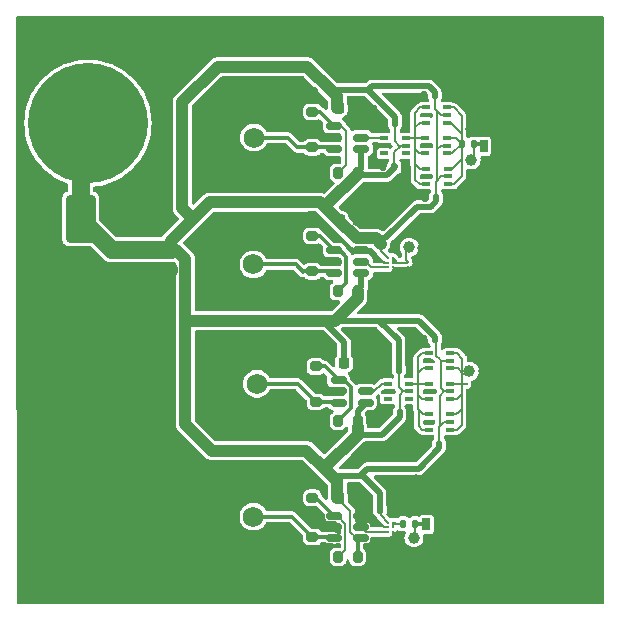
<source format=gbr>
%TF.GenerationSoftware,KiCad,Pcbnew,8.0.0*%
%TF.CreationDate,2024-03-12T18:53:39-07:00*%
%TF.ProjectId,GD_test,47445f74-6573-4742-9e6b-696361645f70,rev?*%
%TF.SameCoordinates,Original*%
%TF.FileFunction,Copper,L1,Top*%
%TF.FilePolarity,Positive*%
%FSLAX46Y46*%
G04 Gerber Fmt 4.6, Leading zero omitted, Abs format (unit mm)*
G04 Created by KiCad (PCBNEW 8.0.0) date 2024-03-12 18:53:39*
%MOMM*%
%LPD*%
G01*
G04 APERTURE LIST*
G04 Aperture macros list*
%AMRoundRect*
0 Rectangle with rounded corners*
0 $1 Rounding radius*
0 $2 $3 $4 $5 $6 $7 $8 $9 X,Y pos of 4 corners*
0 Add a 4 corners polygon primitive as box body*
4,1,4,$2,$3,$4,$5,$6,$7,$8,$9,$2,$3,0*
0 Add four circle primitives for the rounded corners*
1,1,$1+$1,$2,$3*
1,1,$1+$1,$4,$5*
1,1,$1+$1,$6,$7*
1,1,$1+$1,$8,$9*
0 Add four rect primitives between the rounded corners*
20,1,$1+$1,$2,$3,$4,$5,0*
20,1,$1+$1,$4,$5,$6,$7,0*
20,1,$1+$1,$6,$7,$8,$9,0*
20,1,$1+$1,$8,$9,$2,$3,0*%
%AMFreePoly0*
4,1,25,-1.500000,1.420000,-1.360000,1.280000,-1.205000,1.155000,-1.035000,1.045000,-0.860000,0.950000,-0.675000,0.875000,-0.480000,0.820000,-0.280000,0.780000,-0.085000,0.765000,0.085000,0.765000,0.280000,0.780000,0.480000,0.820000,0.675000,0.875000,0.860000,0.950000,1.035000,1.045000,1.205000,1.155000,1.360000,1.280000,1.500000,1.420000,1.645000,1.595000,3.555000,1.595000,
3.555000,-0.755000,-3.555000,-0.755000,-3.555000,1.595000,-1.645000,1.595000,-1.500000,1.420000,-1.500000,1.420000,$1*%
G04 Aperture macros list end*
%TA.AperFunction,SMDPad,CuDef*%
%ADD10RoundRect,0.250000X-1.000000X1.750000X-1.000000X-1.750000X1.000000X-1.750000X1.000000X1.750000X0*%
%TD*%
%TA.AperFunction,SMDPad,CuDef*%
%ADD11RoundRect,0.225000X-0.250000X0.225000X-0.250000X-0.225000X0.250000X-0.225000X0.250000X0.225000X0*%
%TD*%
%TA.AperFunction,SMDPad,CuDef*%
%ADD12R,0.660000X0.300000*%
%TD*%
%TA.AperFunction,SMDPad,CuDef*%
%ADD13RoundRect,0.140000X-0.140000X-0.170000X0.140000X-0.170000X0.140000X0.170000X-0.140000X0.170000X0*%
%TD*%
%TA.AperFunction,SMDPad,CuDef*%
%ADD14RoundRect,0.225000X-0.225000X-0.250000X0.225000X-0.250000X0.225000X0.250000X-0.225000X0.250000X0*%
%TD*%
%TA.AperFunction,SMDPad,CuDef*%
%ADD15RoundRect,0.200000X0.275000X-0.200000X0.275000X0.200000X-0.275000X0.200000X-0.275000X-0.200000X0*%
%TD*%
%TA.AperFunction,SMDPad,CuDef*%
%ADD16RoundRect,0.200000X0.200000X0.275000X-0.200000X0.275000X-0.200000X-0.275000X0.200000X-0.275000X0*%
%TD*%
%TA.AperFunction,ComponentPad*%
%ADD17C,10.160000*%
%TD*%
%TA.AperFunction,SMDPad,CuDef*%
%ADD18C,1.730000*%
%TD*%
%TA.AperFunction,SMDPad,CuDef*%
%ADD19FreePoly0,180.000000*%
%TD*%
%TA.AperFunction,SMDPad,CuDef*%
%ADD20FreePoly0,0.000000*%
%TD*%
%TA.AperFunction,SMDPad,CuDef*%
%ADD21RoundRect,0.140000X0.140000X0.170000X-0.140000X0.170000X-0.140000X-0.170000X0.140000X-0.170000X0*%
%TD*%
%TA.AperFunction,SMDPad,CuDef*%
%ADD22C,0.250000*%
%TD*%
%TA.AperFunction,SMDPad,CuDef*%
%ADD23RoundRect,0.200000X-0.275000X0.200000X-0.275000X-0.200000X0.275000X-0.200000X0.275000X0.200000X0*%
%TD*%
%TA.AperFunction,SMDPad,CuDef*%
%ADD24RoundRect,0.150000X-0.512500X-0.150000X0.512500X-0.150000X0.512500X0.150000X-0.512500X0.150000X0*%
%TD*%
%TA.AperFunction,SMDPad,CuDef*%
%ADD25RoundRect,0.135000X-0.135000X-0.185000X0.135000X-0.185000X0.135000X0.185000X-0.135000X0.185000X0*%
%TD*%
%TA.AperFunction,SMDPad,CuDef*%
%ADD26C,0.225000*%
%TD*%
%TA.AperFunction,SMDPad,CuDef*%
%ADD27R,3.750000X0.750000*%
%TD*%
%TA.AperFunction,SMDPad,CuDef*%
%ADD28R,0.650000X1.050000*%
%TD*%
%TA.AperFunction,SMDPad,CuDef*%
%ADD29R,3.350000X2.750000*%
%TD*%
%TA.AperFunction,ViaPad*%
%ADD30C,0.300000*%
%TD*%
%TA.AperFunction,ViaPad*%
%ADD31C,1.000000*%
%TD*%
%TA.AperFunction,ViaPad*%
%ADD32C,0.600000*%
%TD*%
%TA.AperFunction,Conductor*%
%ADD33C,0.500000*%
%TD*%
%TA.AperFunction,Conductor*%
%ADD34C,0.200000*%
%TD*%
%TA.AperFunction,Conductor*%
%ADD35C,1.500000*%
%TD*%
%TA.AperFunction,Conductor*%
%ADD36C,1.000000*%
%TD*%
%TA.AperFunction,Conductor*%
%ADD37C,0.300000*%
%TD*%
G04 APERTURE END LIST*
D10*
%TO.P,C18,2*%
%TO.N,GND*%
X109382500Y-91367500D03*
%TO.P,C18,1*%
%TO.N,+5V*%
X109382500Y-83367500D03*
%TD*%
D11*
%TO.P,C1,1*%
%TO.N,+5V*%
X117150000Y-86175000D03*
%TO.P,C1,2*%
%TO.N,GND*%
X117150000Y-87725000D03*
%TD*%
D12*
%TO.P,U13,1,A1*%
%TO.N,/inv_out*%
X138850000Y-97350000D03*
%TO.P,U13,2,GND*%
%TO.N,GND*%
X138850000Y-98000000D03*
%TO.P,U13,3,A2*%
%TO.N,/inv_out*%
X138850000Y-98650000D03*
%TO.P,U13,4,Y2*%
%TO.N,Net-(Q4-G)*%
X140690000Y-98650000D03*
%TO.P,U13,5,VCC*%
%TO.N,+5V*%
X140690000Y-98000000D03*
%TO.P,U13,6,Y1*%
%TO.N,Net-(Q4-G)*%
X140690000Y-97350000D03*
%TD*%
D13*
%TO.P,C14,1*%
%TO.N,+5V*%
X134720000Y-108000000D03*
%TO.P,C14,2*%
%TO.N,GND*%
X135680000Y-108000000D03*
%TD*%
D14*
%TO.P,C5,1*%
%TO.N,+5V*%
X131675000Y-95600000D03*
%TO.P,C5,2*%
%TO.N,GND*%
X133225000Y-95600000D03*
%TD*%
D13*
%TO.P,C9,1*%
%TO.N,GND*%
X135020000Y-75300000D03*
%TO.P,C9,2*%
%TO.N,+5V*%
X135980000Y-75300000D03*
%TD*%
%TO.P,C6,1*%
%TO.N,+5V*%
X134920000Y-85500000D03*
%TO.P,C6,2*%
%TO.N,GND*%
X135880000Y-85500000D03*
%TD*%
D12*
%TO.P,U9,1,A1*%
%TO.N,Net-(U8-OUT)*%
X135360000Y-97350000D03*
%TO.P,U9,2,GND*%
%TO.N,GND*%
X135360000Y-98000000D03*
%TO.P,U9,3,A2*%
%TO.N,unconnected-(U9-A2-Pad3)*%
X135360000Y-98650000D03*
%TO.P,U9,4,Y2*%
%TO.N,unconnected-(U9-Y2-Pad4)*%
X137200000Y-98650000D03*
%TO.P,U9,5,VCC*%
%TO.N,+5V*%
X137200000Y-98000000D03*
%TO.P,U9,6,Y1*%
%TO.N,/inv_out*%
X137200000Y-97350000D03*
%TD*%
D15*
%TO.P,R3,1*%
%TO.N,Net-(U2--IN)*%
X129000000Y-84825000D03*
%TO.P,R3,2*%
%TO.N,GND*%
X129000000Y-83175000D03*
%TD*%
D16*
%TO.P,R11,1*%
%TO.N,+5V*%
X132825000Y-112000000D03*
%TO.P,R11,2*%
%TO.N,Net-(U10--IN)*%
X131175000Y-112000000D03*
%TD*%
D17*
%TO.P,J6,1,Pin_1*%
%TO.N,GND*%
X110700000Y-99850000D03*
%TD*%
D14*
%TO.P,C4,1*%
%TO.N,+5V*%
X131312500Y-83500000D03*
%TO.P,C4,2*%
%TO.N,GND*%
X132862500Y-83500000D03*
%TD*%
D18*
%TO.P,J2,1,In*%
%TO.N,/RF_IN_3*%
X124300000Y-97350000D03*
D19*
%TO.P,J2,2,Ext*%
%TO.N,GND*%
X124300000Y-94550000D03*
D20*
X124300000Y-100150000D03*
%TD*%
D16*
%TO.P,R2,1*%
%TO.N,+5V*%
X132825000Y-89500000D03*
%TO.P,R2,2*%
%TO.N,Net-(U2--IN)*%
X131175000Y-89500000D03*
%TD*%
D13*
%TO.P,C11,1*%
%TO.N,GND*%
X138520000Y-81600000D03*
%TO.P,C11,2*%
%TO.N,+5V*%
X139480000Y-81600000D03*
%TD*%
D21*
%TO.P,C7,1*%
%TO.N,+5V*%
X139730000Y-102500000D03*
%TO.P,C7,2*%
%TO.N,GND*%
X138770000Y-102500000D03*
%TD*%
D12*
%TO.P,U3,1,A1*%
%TO.N,Net-(U3-A1)*%
X135060000Y-76550000D03*
%TO.P,U3,2,GND*%
%TO.N,GND*%
X135060000Y-77200000D03*
%TO.P,U3,3,A2*%
%TO.N,unconnected-(U3-A2-Pad3)*%
X135060000Y-77850000D03*
%TO.P,U3,4,Y2*%
%TO.N,unconnected-(U3-Y2-Pad4)*%
X136900000Y-77850000D03*
%TO.P,U3,5,VCC*%
%TO.N,+5V*%
X136900000Y-77200000D03*
%TO.P,U3,6,Y1*%
%TO.N,Net-(U3-Y1)*%
X136900000Y-76550000D03*
%TD*%
D22*
%TO.P,U11,A1,V_{DD}*%
%TO.N,+5V*%
X135400000Y-109100000D03*
%TO.P,U11,A2,OUTH*%
%TO.N,Net-(U11-OUTH)*%
X135800000Y-109100000D03*
%TO.P,U11,B1,GND*%
%TO.N,GND*%
X135400000Y-109500000D03*
%TO.P,U11,B2,OUTL*%
%TO.N,Net-(U11-OUTH)*%
X135800000Y-109500000D03*
%TO.P,U11,C1,IN+*%
%TO.N,Net-(U10-OUT)*%
X135400000Y-109900000D03*
%TO.P,U11,C2,IN-*%
%TO.N,GND*%
X135800000Y-109900000D03*
%TD*%
D15*
%TO.P,R12,1*%
%TO.N,Net-(U10--IN)*%
X129000000Y-107000000D03*
%TO.P,R12,2*%
%TO.N,GND*%
X129000000Y-105350000D03*
%TD*%
D13*
%TO.P,C13,1*%
%TO.N,GND*%
X135370000Y-96150000D03*
%TO.P,C13,2*%
%TO.N,+5V*%
X136330000Y-96150000D03*
%TD*%
D23*
%TO.P,R7,1*%
%TO.N,GND*%
X129300000Y-97225000D03*
%TO.P,R7,2*%
%TO.N,/RF_IN_3*%
X129300000Y-98875000D03*
%TD*%
D24*
%TO.P,U2,1,-IN*%
%TO.N,Net-(U2--IN)*%
X130862500Y-86050000D03*
%TO.P,U2,2,V-*%
%TO.N,GND*%
X130862500Y-87000000D03*
%TO.P,U2,3,+IN*%
%TO.N,/RF_IN_1*%
X130862500Y-87950000D03*
%TO.P,U2,4,V+*%
%TO.N,+5V*%
X133137500Y-87950000D03*
%TO.P,U2,5,OUT*%
%TO.N,Net-(U1-IN+)*%
X133137500Y-87000000D03*
%TO.P,U2,6,SHDN*%
%TO.N,GND*%
X133137500Y-86050000D03*
%TD*%
D12*
%TO.P,U14,1,A1*%
%TO.N,/inv_out*%
X138850000Y-99950000D03*
%TO.P,U14,2,GND*%
%TO.N,GND*%
X138850000Y-100600000D03*
%TO.P,U14,3,A2*%
%TO.N,/inv_out*%
X138850000Y-101250000D03*
%TO.P,U14,4,Y2*%
%TO.N,Net-(Q4-G)*%
X140690000Y-101250000D03*
%TO.P,U14,5,VCC*%
%TO.N,+5V*%
X140690000Y-100600000D03*
%TO.P,U14,6,Y1*%
%TO.N,Net-(Q4-G)*%
X140690000Y-99950000D03*
%TD*%
D11*
%TO.P,C2,1*%
%TO.N,+5V*%
X115500000Y-86125000D03*
%TO.P,C2,2*%
%TO.N,GND*%
X115500000Y-87675000D03*
%TD*%
D25*
%TO.P,R14,1*%
%TO.N,Net-(U5-Y1)*%
X141640000Y-77050000D03*
%TO.P,R14,2*%
%TO.N,Net-(Q1-Pad2)*%
X142660000Y-77050000D03*
%TD*%
D17*
%TO.P,J5,1,Pin_1*%
%TO.N,+5V*%
X110000000Y-75300000D03*
%TD*%
D15*
%TO.P,R6,1*%
%TO.N,Net-(U4--IN)*%
X129000000Y-74325000D03*
%TO.P,R6,2*%
%TO.N,GND*%
X129000000Y-72675000D03*
%TD*%
D24*
%TO.P,U4,1,-IN*%
%TO.N,Net-(U4--IN)*%
X130862500Y-75550000D03*
%TO.P,U4,2,V-*%
%TO.N,GND*%
X130862500Y-76500000D03*
%TO.P,U4,3,+IN*%
%TO.N,/RF_IN_2*%
X130862500Y-77450000D03*
%TO.P,U4,4,V+*%
%TO.N,+5V*%
X133137500Y-77450000D03*
%TO.P,U4,5,OUT*%
%TO.N,Net-(U3-A1)*%
X133137500Y-76500000D03*
%TO.P,U4,6,SHDN*%
%TO.N,GND*%
X133137500Y-75550000D03*
%TD*%
D14*
%TO.P,C16,1*%
%TO.N,+5V*%
X131225000Y-107000000D03*
%TO.P,C16,2*%
%TO.N,GND*%
X132775000Y-107000000D03*
%TD*%
D13*
%TO.P,C12,1*%
%TO.N,GND*%
X138420000Y-93550000D03*
%TO.P,C12,2*%
%TO.N,+5V*%
X139380000Y-93550000D03*
%TD*%
D22*
%TO.P,U1,A1,V_{DD}*%
%TO.N,+5V*%
X135400000Y-86700000D03*
%TO.P,U1,A2,OUTH*%
%TO.N,Net-(Q2-G)*%
X135800000Y-86700000D03*
%TO.P,U1,B1,GND*%
%TO.N,GND*%
X135400000Y-87100000D03*
%TO.P,U1,B2,OUTL*%
%TO.N,Net-(Q2-G)*%
X135800000Y-87100000D03*
%TO.P,U1,C1,IN+*%
%TO.N,Net-(U1-IN+)*%
X135400000Y-87500000D03*
%TO.P,U1,C2,IN-*%
%TO.N,GND*%
X135800000Y-87500000D03*
%TD*%
D12*
%TO.P,U6,1,A1*%
%TO.N,Net-(U3-Y1)*%
X138550000Y-76534400D03*
%TO.P,U6,2,GND*%
%TO.N,GND*%
X138550000Y-77184400D03*
%TO.P,U6,3,A2*%
%TO.N,Net-(U3-Y1)*%
X138550000Y-77834400D03*
%TO.P,U6,4,Y2*%
%TO.N,Net-(U5-Y1)*%
X140390000Y-77834400D03*
%TO.P,U6,5,VCC*%
%TO.N,+5V*%
X140390000Y-77184400D03*
%TO.P,U6,6,Y1*%
%TO.N,Net-(U5-Y1)*%
X140390000Y-76534400D03*
%TD*%
D18*
%TO.P,J1,1,In*%
%TO.N,/RF_IN_1*%
X124000000Y-87250000D03*
D19*
%TO.P,J1,2,Ext*%
%TO.N,GND*%
X124000000Y-84450000D03*
D20*
X124000000Y-90050000D03*
%TD*%
D24*
%TO.P,U8,1,-IN*%
%TO.N,Net-(U8--IN)*%
X131225000Y-97050000D03*
%TO.P,U8,2,V-*%
%TO.N,GND*%
X131225000Y-98000000D03*
%TO.P,U8,3,+IN*%
%TO.N,/RF_IN_3*%
X131225000Y-98950000D03*
%TO.P,U8,4,V+*%
%TO.N,+5V*%
X133500000Y-98950000D03*
%TO.P,U8,5,OUT*%
%TO.N,Net-(U8-OUT)*%
X133500000Y-98000000D03*
%TO.P,U8,6,SHDN*%
%TO.N,GND*%
X133500000Y-97050000D03*
%TD*%
D26*
%TO.P,Q2,1,G*%
%TO.N,Net-(Q2-G)*%
X137070800Y-87039600D03*
%TO.P,Q2,2,S*%
%TO.N,GND*%
X137070800Y-87489600D03*
%TO.P,Q2,3,S*%
X137070800Y-87939600D03*
%TO.P,Q2,4,D*%
X137520800Y-87039600D03*
%TO.P,Q2,5,D*%
X137520800Y-87489600D03*
%TO.P,Q2,6,D*%
X137520800Y-87939600D03*
%TO.P,Q2,7,D*%
X137970800Y-87039600D03*
%TO.P,Q2,8,S*%
X137970800Y-87489600D03*
%TO.P,Q2,9,S*%
X137970800Y-87939600D03*
%TD*%
D18*
%TO.P,J3,1,In*%
%TO.N,/RF_IN_4*%
X124000000Y-108600000D03*
D19*
%TO.P,J3,2,Ext*%
%TO.N,GND*%
X124000000Y-105800000D03*
D20*
X124000000Y-111400000D03*
%TD*%
D24*
%TO.P,U10,1,-IN*%
%TO.N,Net-(U10--IN)*%
X130862500Y-108550000D03*
%TO.P,U10,2,V-*%
%TO.N,GND*%
X130862500Y-109500000D03*
%TO.P,U10,3,+IN*%
%TO.N,/RF_IN_4*%
X130862500Y-110450000D03*
%TO.P,U10,4,V+*%
%TO.N,+5V*%
X133137500Y-110450000D03*
%TO.P,U10,5,OUT*%
%TO.N,Net-(U10-OUT)*%
X133137500Y-109500000D03*
%TO.P,U10,6,SHDN*%
%TO.N,GND*%
X133137500Y-108550000D03*
%TD*%
D23*
%TO.P,R1,1*%
%TO.N,GND*%
X129000000Y-86175000D03*
%TO.P,R1,2*%
%TO.N,/RF_IN_1*%
X129000000Y-87825000D03*
%TD*%
D15*
%TO.P,R9,1*%
%TO.N,Net-(U8--IN)*%
X129300000Y-95875000D03*
%TO.P,R9,2*%
%TO.N,GND*%
X129300000Y-94225000D03*
%TD*%
D25*
%TO.P,R13,1*%
%TO.N,Net-(U11-OUTH)*%
X136690000Y-109200000D03*
%TO.P,R13,2*%
%TO.N,Net-(Q3-Pad2)*%
X137710000Y-109200000D03*
%TD*%
D27*
%TO.P,Q3,1*%
%TO.N,GND*%
X140550000Y-106800000D03*
D28*
%TO.P,Q3,2*%
%TO.N,Net-(Q3-Pad2)*%
X138650000Y-109250000D03*
D29*
%TO.P,Q3,3*%
%TO.N,GND*%
X141100000Y-109300000D03*
%TD*%
D12*
%TO.P,U7,1,A1*%
%TO.N,Net-(U3-Y1)*%
X138600000Y-79150000D03*
%TO.P,U7,2,GND*%
%TO.N,GND*%
X138600000Y-79800000D03*
%TO.P,U7,3,A2*%
%TO.N,Net-(U3-Y1)*%
X138600000Y-80450000D03*
%TO.P,U7,4,Y2*%
%TO.N,Net-(U5-Y1)*%
X140440000Y-80450000D03*
%TO.P,U7,5,VCC*%
%TO.N,+5V*%
X140440000Y-79800000D03*
%TO.P,U7,6,Y1*%
%TO.N,Net-(U5-Y1)*%
X140440000Y-79150000D03*
%TD*%
D16*
%TO.P,R5,1*%
%TO.N,+5V*%
X132825000Y-79500000D03*
%TO.P,R5,2*%
%TO.N,Net-(U4--IN)*%
X131175000Y-79500000D03*
%TD*%
D13*
%TO.P,C15,1*%
%TO.N,GND*%
X135420000Y-99850000D03*
%TO.P,C15,2*%
%TO.N,+5V*%
X136380000Y-99850000D03*
%TD*%
D21*
%TO.P,C17,1*%
%TO.N,+5V*%
X135930000Y-79000000D03*
%TO.P,C17,2*%
%TO.N,GND*%
X134970000Y-79000000D03*
%TD*%
D27*
%TO.P,Q1,1*%
%TO.N,GND*%
X145400000Y-74800000D03*
D28*
%TO.P,Q1,2*%
%TO.N,Net-(Q1-Pad2)*%
X143500000Y-77250000D03*
D29*
%TO.P,Q1,3*%
%TO.N,GND*%
X145950000Y-77300000D03*
%TD*%
D14*
%TO.P,C10,1*%
%TO.N,+5V*%
X131225000Y-74000000D03*
%TO.P,C10,2*%
%TO.N,GND*%
X132775000Y-74000000D03*
%TD*%
D23*
%TO.P,R4,1*%
%TO.N,GND*%
X129000000Y-75675000D03*
%TO.P,R4,2*%
%TO.N,/RF_IN_2*%
X129000000Y-77325000D03*
%TD*%
D12*
%TO.P,U12,1,A1*%
%TO.N,/inv_out*%
X138850000Y-94750000D03*
%TO.P,U12,2,GND*%
%TO.N,GND*%
X138850000Y-95400000D03*
%TO.P,U12,3,A2*%
%TO.N,/inv_out*%
X138850000Y-96050000D03*
%TO.P,U12,4,Y2*%
%TO.N,Net-(Q4-G)*%
X140690000Y-96050000D03*
%TO.P,U12,5,VCC*%
%TO.N,+5V*%
X140690000Y-95400000D03*
%TO.P,U12,6,Y1*%
%TO.N,Net-(Q4-G)*%
X140690000Y-94750000D03*
%TD*%
D23*
%TO.P,R10,1*%
%TO.N,GND*%
X129000000Y-108675000D03*
%TO.P,R10,2*%
%TO.N,/RF_IN_4*%
X129000000Y-110325000D03*
%TD*%
D18*
%TO.P,J4,1,In*%
%TO.N,/RF_IN_2*%
X124050000Y-76500000D03*
D19*
%TO.P,J4,2,Ext*%
%TO.N,GND*%
X124050000Y-73700000D03*
D20*
X124050000Y-79300000D03*
%TD*%
D12*
%TO.P,U5,1,A1*%
%TO.N,Net-(U3-Y1)*%
X138580000Y-73950000D03*
%TO.P,U5,2,GND*%
%TO.N,GND*%
X138580000Y-74600000D03*
%TO.P,U5,3,A2*%
%TO.N,Net-(U3-Y1)*%
X138580000Y-75250000D03*
%TO.P,U5,4,Y2*%
%TO.N,Net-(U5-Y1)*%
X140420000Y-75250000D03*
%TO.P,U5,5,VCC*%
%TO.N,+5V*%
X140420000Y-74600000D03*
%TO.P,U5,6,Y1*%
%TO.N,Net-(U5-Y1)*%
X140420000Y-73950000D03*
%TD*%
D13*
%TO.P,C8,1*%
%TO.N,GND*%
X138420000Y-72900000D03*
%TO.P,C8,2*%
%TO.N,+5V*%
X139380000Y-72900000D03*
%TD*%
D26*
%TO.P,Q4,1,G*%
%TO.N,Net-(Q4-G)*%
X142050000Y-97400000D03*
%TO.P,Q4,2,S*%
%TO.N,GND*%
X142050000Y-97850000D03*
%TO.P,Q4,3,S*%
X142050000Y-98300000D03*
%TO.P,Q4,4,D*%
X142500000Y-97400000D03*
%TO.P,Q4,5,D*%
X142500000Y-97850000D03*
%TO.P,Q4,6,D*%
X142500000Y-98300000D03*
%TO.P,Q4,7,D*%
X142950000Y-97400000D03*
%TO.P,Q4,8,S*%
X142950000Y-97850000D03*
%TO.P,Q4,9,S*%
X142950000Y-98300000D03*
%TD*%
D16*
%TO.P,R8,1*%
%TO.N,+5V*%
X132825000Y-100500000D03*
%TO.P,R8,2*%
%TO.N,Net-(U8--IN)*%
X131175000Y-100500000D03*
%TD*%
D30*
%TO.N,GND*%
X138750000Y-79800000D03*
X138450000Y-93550000D03*
D31*
X116100000Y-95300000D03*
X137200000Y-88900000D03*
X138350000Y-88900000D03*
X138950000Y-87900000D03*
X138950000Y-86850000D03*
X143850000Y-98550000D03*
X142850000Y-99200000D03*
X143850000Y-97450000D03*
D32*
X117200000Y-87700000D03*
X115500000Y-87650000D03*
D31*
X109450000Y-91350000D03*
X112900000Y-90650000D03*
X125800000Y-115100000D03*
D30*
X142450000Y-109550000D03*
D31*
X133700000Y-81300000D03*
D30*
X133500000Y-75400000D03*
D31*
X149800000Y-91100000D03*
X131800000Y-70100000D03*
D30*
X145900000Y-77550000D03*
X147250000Y-76650000D03*
D31*
X121000000Y-85450000D03*
D30*
X142000000Y-108200000D03*
D31*
X113800000Y-70100000D03*
D30*
X146800000Y-77550000D03*
X130400000Y-109600000D03*
D31*
X104800000Y-88100000D03*
X146800000Y-109100000D03*
X104800000Y-67100000D03*
X104800000Y-100100000D03*
X138398644Y-85857078D03*
X127000000Y-110500000D03*
X104800000Y-70100000D03*
X149800000Y-100100000D03*
X122250000Y-79400000D03*
D30*
X146350000Y-77550000D03*
X140200000Y-108650000D03*
D31*
X121300000Y-94450000D03*
X121150000Y-78300000D03*
D30*
X131600000Y-97800000D03*
D31*
X122100000Y-105700000D03*
D30*
X139000000Y-106750000D03*
D31*
X152800000Y-70100000D03*
X146800000Y-82100000D03*
D30*
X142000000Y-110450000D03*
D31*
X143800000Y-100100000D03*
X125900000Y-90250000D03*
D30*
X146350000Y-78450000D03*
D32*
X129000000Y-83175000D03*
D30*
X135000000Y-109400000D03*
X145000000Y-74750000D03*
D31*
X140800000Y-112100000D03*
X143800000Y-103100000D03*
X137800000Y-105500000D03*
D30*
X144550000Y-78000000D03*
D31*
X104800000Y-106100000D03*
X140800000Y-85100000D03*
D30*
X146350000Y-77100000D03*
X135250000Y-77200000D03*
X142450000Y-108650000D03*
D31*
X107800000Y-109100000D03*
X134800000Y-70100000D03*
X149800000Y-103100000D03*
D30*
X146350000Y-78000000D03*
D31*
X143800000Y-112100000D03*
X127000000Y-89150000D03*
D30*
X135000000Y-79000000D03*
X145000000Y-76650000D03*
X140650000Y-110450000D03*
D31*
X143800000Y-67100000D03*
X121000000Y-106800000D03*
X110800000Y-88100000D03*
D30*
X142450000Y-110450000D03*
X142000000Y-110000000D03*
D31*
X136500000Y-82100000D03*
D30*
X131300000Y-87200000D03*
X145450000Y-76650000D03*
D31*
X143800000Y-70100000D03*
X126900000Y-85450000D03*
X125950000Y-79400000D03*
X122800000Y-67100000D03*
X121150000Y-79400000D03*
D30*
X145450000Y-77550000D03*
X133100000Y-75700000D03*
X145900000Y-77100000D03*
D31*
X121400000Y-100250000D03*
X149800000Y-76100000D03*
X125900000Y-111600000D03*
X152800000Y-94100000D03*
X146800000Y-67100000D03*
D30*
X141550000Y-108650000D03*
X130800000Y-109600000D03*
D31*
X127050000Y-79400000D03*
X116800000Y-112100000D03*
D30*
X147250000Y-78450000D03*
D32*
X129000000Y-105350000D03*
D30*
X130900000Y-86800000D03*
D31*
X122500000Y-100250000D03*
D30*
X138550000Y-81600000D03*
X130500000Y-86800000D03*
D31*
X143800000Y-94100000D03*
D30*
X146800000Y-78000000D03*
X133500000Y-85800000D03*
X130800000Y-98100000D03*
X141550000Y-109550000D03*
D31*
X127300000Y-100250000D03*
X129000000Y-90400000D03*
X128800000Y-112100000D03*
D30*
X132700000Y-86200000D03*
X142450000Y-108200000D03*
X133500000Y-108400000D03*
D31*
X125800000Y-67100000D03*
D30*
X141550000Y-108200000D03*
X140650000Y-110000000D03*
D31*
X119800000Y-115100000D03*
D30*
X144200000Y-74750000D03*
D31*
X122250000Y-73600000D03*
D30*
X144550000Y-76200000D03*
D31*
X122200000Y-111600000D03*
X140800000Y-67100000D03*
X127200000Y-95550000D03*
X127000000Y-111600000D03*
X121300000Y-95550000D03*
D30*
X141100000Y-108200000D03*
D31*
X107800000Y-106100000D03*
D30*
X146600000Y-74750000D03*
D31*
X104800000Y-97100000D03*
D30*
X138650000Y-77200000D03*
X147000000Y-74750000D03*
D31*
X149800000Y-94100000D03*
X116800000Y-106100000D03*
X140800000Y-91100000D03*
X137600000Y-108050000D03*
X113800000Y-106100000D03*
X140800000Y-103100000D03*
D30*
X145000000Y-77100000D03*
D31*
X149800000Y-73100000D03*
X122800000Y-115100000D03*
D30*
X142000000Y-109550000D03*
X144550000Y-76650000D03*
X145450000Y-78450000D03*
D31*
X131800000Y-67100000D03*
D30*
X145000000Y-78000000D03*
X144600000Y-74750000D03*
D31*
X107800000Y-115100000D03*
D30*
X139750000Y-108200000D03*
D31*
X113800000Y-115100000D03*
X126200000Y-100250000D03*
D30*
X145900000Y-76650000D03*
X145450000Y-76200000D03*
X133500000Y-97200000D03*
D31*
X125800000Y-105700000D03*
D30*
X145000000Y-78450000D03*
X130900000Y-76600000D03*
X142000000Y-108650000D03*
X143800000Y-74750000D03*
X147250000Y-78000000D03*
X133500000Y-75700000D03*
X133100000Y-96900000D03*
X145900000Y-78000000D03*
D31*
X104800000Y-103100000D03*
X134800000Y-89500000D03*
D30*
X133500000Y-108700000D03*
D32*
X132900000Y-107000000D03*
D30*
X130500000Y-87200000D03*
D32*
X133000000Y-83500000D03*
D30*
X144550000Y-78450000D03*
X131200000Y-109600000D03*
X140200000Y-110450000D03*
X141000000Y-106750000D03*
D31*
X127050000Y-78300000D03*
X126900000Y-105700000D03*
X110800000Y-109100000D03*
D30*
X135900000Y-110100000D03*
X141100000Y-110450000D03*
D31*
X146800000Y-100100000D03*
X152800000Y-112100000D03*
X127000000Y-90250000D03*
D30*
X132700000Y-108700000D03*
X133100000Y-97200000D03*
D31*
X104800000Y-91100000D03*
X152800000Y-76100000D03*
X116800000Y-109100000D03*
X121000000Y-84350000D03*
X149800000Y-67100000D03*
D30*
X144550000Y-77100000D03*
X139000000Y-100600000D03*
X146800000Y-77100000D03*
D31*
X137000000Y-112000000D03*
D30*
X138750000Y-74600000D03*
D31*
X146800000Y-91100000D03*
D30*
X142450000Y-109100000D03*
X131600000Y-98100000D03*
D31*
X152800000Y-115100000D03*
X146800000Y-103100000D03*
D30*
X142450000Y-110000000D03*
D32*
X133225000Y-95600000D03*
D31*
X116800000Y-67100000D03*
D32*
X129000000Y-108675000D03*
D31*
X116800000Y-103100000D03*
D30*
X131300000Y-76600000D03*
X133100000Y-85800000D03*
X145800000Y-74750000D03*
D31*
X121150000Y-73600000D03*
D30*
X136000000Y-87800000D03*
X140200000Y-108200000D03*
D31*
X104800000Y-94100000D03*
X143500000Y-96300000D03*
X152800000Y-91100000D03*
X104800000Y-82100000D03*
D30*
X133900000Y-96900000D03*
D32*
X129300000Y-94200000D03*
D30*
X135400000Y-99850000D03*
X140650000Y-109100000D03*
D31*
X149800000Y-115100000D03*
X143800000Y-73100000D03*
X146800000Y-112100000D03*
X152800000Y-82100000D03*
X129300000Y-101600000D03*
D30*
X131300000Y-86800000D03*
D31*
X121100000Y-111600000D03*
D32*
X136000000Y-85500000D03*
D31*
X107800000Y-88100000D03*
X137800000Y-115100000D03*
X152800000Y-106100000D03*
X146800000Y-94100000D03*
D30*
X141800000Y-106750000D03*
X145900000Y-78450000D03*
D31*
X127200000Y-94450000D03*
D30*
X133100000Y-108700000D03*
X140200000Y-109100000D03*
X132700000Y-75400000D03*
D31*
X149800000Y-79100000D03*
D30*
X147250000Y-76200000D03*
D31*
X146800000Y-97100000D03*
X104800000Y-109100000D03*
D30*
X140200000Y-110000000D03*
D31*
X152800000Y-109100000D03*
D32*
X129000000Y-86175000D03*
D31*
X104800000Y-79100000D03*
D30*
X135680000Y-108000000D03*
D31*
X152800000Y-100100000D03*
D30*
X132700000Y-85800000D03*
D31*
X146800000Y-106100000D03*
D32*
X129000000Y-72700000D03*
D31*
X142440000Y-75800000D03*
X140800000Y-115100000D03*
D30*
X130500000Y-76600000D03*
X131200000Y-109300000D03*
X140200000Y-106750000D03*
D31*
X134800000Y-103100000D03*
X152800000Y-67100000D03*
D30*
X139750000Y-108650000D03*
X130800000Y-109300000D03*
X146350000Y-76650000D03*
D31*
X127050000Y-73600000D03*
X146800000Y-85100000D03*
X125800000Y-84350000D03*
X121100000Y-90250000D03*
D30*
X133500000Y-86200000D03*
X130500000Y-76300000D03*
D31*
X152800000Y-85100000D03*
D30*
X133100000Y-86200000D03*
D31*
X149800000Y-109100000D03*
X121000000Y-105700000D03*
D30*
X142000000Y-109100000D03*
X139750000Y-109100000D03*
D32*
X134200000Y-74000000D03*
D30*
X131200000Y-98100000D03*
X141100000Y-109550000D03*
D31*
X128800000Y-115100000D03*
D30*
X140600000Y-106750000D03*
D31*
X149800000Y-88100000D03*
D30*
X140200000Y-109550000D03*
D31*
X140800000Y-88100000D03*
D30*
X135550000Y-98000000D03*
D31*
X140800000Y-70050000D03*
X121400000Y-99150000D03*
D30*
X139750000Y-109550000D03*
X145450000Y-78000000D03*
D31*
X116800000Y-115100000D03*
D30*
X130400000Y-109300000D03*
X141550000Y-110000000D03*
X145450000Y-77100000D03*
X133100000Y-75400000D03*
X141100000Y-108650000D03*
X146200000Y-74750000D03*
D31*
X137800000Y-103100000D03*
X113800000Y-112100000D03*
D30*
X140650000Y-108200000D03*
D31*
X134800000Y-67100000D03*
D30*
X139750000Y-110000000D03*
D32*
X129300000Y-97200000D03*
D31*
X152800000Y-103100000D03*
D30*
X139750000Y-110450000D03*
D31*
X146800000Y-115100000D03*
D30*
X146800000Y-76650000D03*
D31*
X134800000Y-115100000D03*
D30*
X139050000Y-95400000D03*
X145900000Y-76200000D03*
D31*
X137800000Y-67100000D03*
X116800000Y-91100000D03*
D30*
X145400000Y-74750000D03*
X141550000Y-110450000D03*
D31*
X110800000Y-115100000D03*
D30*
X133100000Y-108400000D03*
D31*
X149800000Y-85100000D03*
X110800000Y-112100000D03*
D30*
X142200000Y-106750000D03*
D31*
X143800000Y-106100000D03*
D30*
X145000000Y-76200000D03*
D31*
X110800000Y-67100000D03*
D30*
X145000000Y-77550000D03*
X144550000Y-77550000D03*
X141550000Y-109100000D03*
D31*
X122100000Y-84350000D03*
X140900000Y-105500000D03*
X134800000Y-94100000D03*
X121150000Y-74700000D03*
X121100000Y-89150000D03*
D30*
X146800000Y-76200000D03*
D31*
X146800000Y-73100000D03*
X116800000Y-70100000D03*
X152800000Y-88100000D03*
X149800000Y-97100000D03*
X126900000Y-84350000D03*
D30*
X131300000Y-76300000D03*
D31*
X131800000Y-115100000D03*
X149800000Y-82100000D03*
X121100000Y-110500000D03*
D32*
X132775000Y-74000000D03*
D31*
X152800000Y-79100000D03*
D30*
X140650000Y-109550000D03*
D31*
X107800000Y-112100000D03*
D30*
X135050000Y-87050500D03*
X132700000Y-108400000D03*
D32*
X129000000Y-75675000D03*
D31*
X134800000Y-112100000D03*
X149800000Y-106100000D03*
X116800000Y-100100000D03*
X146800000Y-70100000D03*
X149800000Y-70100000D03*
X104800000Y-115100000D03*
D30*
X138450000Y-72900000D03*
D31*
X152800000Y-73100000D03*
X143800000Y-115100000D03*
D30*
X140650000Y-108650000D03*
X147250000Y-77100000D03*
D31*
X104800000Y-85100000D03*
X122400000Y-94450000D03*
D30*
X130900000Y-87200000D03*
D31*
X113800000Y-109100000D03*
X152800000Y-97100000D03*
D30*
X139050000Y-98000000D03*
D31*
X129000000Y-80200000D03*
X143800000Y-85100000D03*
X140800000Y-82100000D03*
X143800000Y-82100000D03*
D30*
X141400000Y-106750000D03*
D31*
X143800000Y-91100000D03*
D30*
X133500000Y-96900000D03*
X139400000Y-106750000D03*
D31*
X137750000Y-70100000D03*
X149800000Y-112100000D03*
D30*
X139800000Y-106750000D03*
D31*
X110800000Y-106100000D03*
X127050000Y-74700000D03*
X113800000Y-67100000D03*
D30*
X135000000Y-75300000D03*
X141100000Y-110000000D03*
D31*
X126100000Y-94450000D03*
D30*
X146800000Y-78450000D03*
D31*
X119800000Y-67100000D03*
X125950000Y-73600000D03*
D30*
X146350000Y-76200000D03*
D31*
X127300000Y-99150000D03*
D30*
X131200000Y-97800000D03*
X130900000Y-76300000D03*
X147250000Y-77550000D03*
D31*
X107800000Y-67100000D03*
X128800000Y-67100000D03*
D30*
X132700000Y-75700000D03*
D31*
X143800000Y-109100000D03*
D30*
X130800000Y-97800000D03*
D31*
X122200000Y-90250000D03*
X126900000Y-106800000D03*
D30*
X141100000Y-109100000D03*
X133900000Y-97200000D03*
D31*
X104800000Y-112100000D03*
X146800000Y-88100000D03*
X143800000Y-88100000D03*
%TO.N,Net-(Q4-G)*%
X142300000Y-96300000D03*
%TO.N,Net-(Q2-G)*%
X137200000Y-85800000D03*
%TO.N,Net-(Q1-Pad2)*%
X142440000Y-78400000D03*
%TO.N,Net-(Q3-Pad2)*%
X137600000Y-110400000D03*
%TD*%
D33*
%TO.N,+5V*%
X139730000Y-102809999D02*
X139730000Y-102500000D01*
X137989999Y-104550000D02*
X139730000Y-102809999D01*
X133650000Y-104550000D02*
X137989999Y-104550000D01*
X133050000Y-105150000D02*
X133650000Y-104550000D01*
X133050000Y-105150000D02*
X130650000Y-105150000D01*
X133300000Y-105150000D02*
X133050000Y-105150000D01*
X139029999Y-82360000D02*
X139480000Y-81909999D01*
X137871734Y-82360000D02*
X139029999Y-82360000D01*
X135181734Y-85050000D02*
X137871734Y-82360000D01*
X139480000Y-81909999D02*
X139480000Y-81600000D01*
X134352500Y-85050000D02*
X135181734Y-85050000D01*
D34*
%TO.N,/inv_out*%
X138000000Y-100930000D02*
X138320000Y-101250000D01*
X138000000Y-99550000D02*
X138000000Y-100930000D01*
X137950000Y-99500000D02*
X138000000Y-99550000D01*
X138320000Y-101250000D02*
X138850000Y-101250000D01*
X137950000Y-98280000D02*
X138320000Y-98650000D01*
X138320000Y-98650000D02*
X138850000Y-98650000D01*
X137950000Y-98000000D02*
X137950000Y-98280000D01*
X137950000Y-98000000D02*
X137950000Y-99500000D01*
X137950000Y-97350000D02*
X137950000Y-98000000D01*
X138350000Y-96050000D02*
X138850000Y-96050000D01*
X137950000Y-96450000D02*
X138350000Y-96050000D01*
X137950000Y-96450000D02*
X137950000Y-95120000D01*
X137950000Y-97350000D02*
X137950000Y-96450000D01*
%TO.N,Net-(U3-Y1)*%
X138020000Y-77834400D02*
X138550000Y-77834400D01*
X137700000Y-77200000D02*
X137700000Y-77514400D01*
X137700000Y-77200000D02*
X137700000Y-78750000D01*
X137700000Y-76550000D02*
X137700000Y-77200000D01*
X137700000Y-77514400D02*
X138020000Y-77834400D01*
X138100000Y-75250000D02*
X138580000Y-75250000D01*
X137700000Y-75650000D02*
X138100000Y-75250000D01*
X137700000Y-76000000D02*
X137700000Y-75650000D01*
X137700000Y-76000000D02*
X137700000Y-74400000D01*
X137700000Y-76550000D02*
X137700000Y-76000000D01*
X138070000Y-80450000D02*
X138600000Y-80450000D01*
X137725000Y-80105000D02*
X138070000Y-80450000D01*
X137725000Y-78775000D02*
X137725000Y-80105000D01*
X137700000Y-78750000D02*
X137725000Y-78775000D01*
X136900000Y-76550000D02*
X137700000Y-76550000D01*
%TO.N,Net-(Q4-G)*%
X141700000Y-95230000D02*
X141700000Y-96500000D01*
X140690000Y-94750000D02*
X141220000Y-94750000D01*
X141220000Y-94750000D02*
X141700000Y-95230000D01*
D35*
%TO.N,+5V*%
X112015000Y-86000000D02*
X117000000Y-86000000D01*
X109382500Y-83367500D02*
X112015000Y-86000000D01*
X109382500Y-75917500D02*
X110000000Y-75300000D01*
X109382500Y-83367500D02*
X109382500Y-75917500D01*
D33*
X139380000Y-72680000D02*
X139380000Y-72900000D01*
D34*
X140160000Y-100600000D02*
X140690000Y-100600000D01*
X139805000Y-100955000D02*
X140160000Y-100600000D01*
X139860000Y-77184400D02*
X140390000Y-77184400D01*
D36*
X117450000Y-86000000D02*
X118250000Y-86800000D01*
X117000000Y-85290000D02*
X118895000Y-83395000D01*
X120990000Y-70500000D02*
X128572792Y-70500000D01*
D33*
X133724265Y-72463604D02*
X136017500Y-74756839D01*
X133137500Y-87950000D02*
X133137500Y-89187500D01*
D34*
X136330000Y-97660000D02*
X136670000Y-98000000D01*
D36*
X132825000Y-101675000D02*
X132825000Y-101050000D01*
D33*
X131675000Y-93775000D02*
X131675000Y-95600000D01*
X133137500Y-77450000D02*
X133137500Y-79187500D01*
D34*
X136470000Y-77200000D02*
X136550000Y-77200000D01*
D36*
X120290000Y-82000000D02*
X129675000Y-82000000D01*
D33*
X134720000Y-108000000D02*
X134720000Y-106570000D01*
X138018266Y-92000000D02*
X139380000Y-93361734D01*
D34*
X139580000Y-74290000D02*
X139580000Y-77600000D01*
D36*
X129837500Y-82162500D02*
X130260292Y-82162500D01*
D34*
X139805000Y-98355000D02*
X140160000Y-98000000D01*
X139555000Y-80155000D02*
X139580000Y-80130000D01*
D33*
X132825000Y-101675000D02*
X134864999Y-101675000D01*
D34*
X139900000Y-97740000D02*
X140160000Y-98000000D01*
D36*
X118000000Y-73490000D02*
X120990000Y-70500000D01*
D34*
X139380000Y-93550000D02*
X139480000Y-93650000D01*
X136330000Y-96150000D02*
X136330000Y-97660000D01*
X139380000Y-72900000D02*
X139380000Y-74090000D01*
D33*
X135295599Y-79710000D02*
X134700000Y-79710000D01*
D36*
X118000000Y-82500000D02*
X118000000Y-73490000D01*
D33*
X136330000Y-93680000D02*
X136330000Y-96150000D01*
D34*
X139580000Y-80130000D02*
X139580000Y-77600000D01*
D33*
X135967500Y-78950000D02*
X135967500Y-79038099D01*
D34*
X136370000Y-77200000D02*
X135980000Y-76810000D01*
X133137500Y-110450000D02*
X132750000Y-110450000D01*
D36*
X130922792Y-92000000D02*
X132825000Y-90097792D01*
D34*
X139520000Y-74230000D02*
X139890000Y-74600000D01*
X139380000Y-74090000D02*
X139520000Y-74230000D01*
D33*
X134700000Y-79710000D02*
X133035000Y-79710000D01*
X130536396Y-72463604D02*
X133724265Y-72463604D01*
D34*
X139775000Y-95275000D02*
X139900000Y-95400000D01*
D33*
X136017500Y-74756839D02*
X136017500Y-75300000D01*
D36*
X118250000Y-86800000D02*
X118250000Y-92000000D01*
D34*
X136380000Y-98290000D02*
X136670000Y-98000000D01*
D33*
X130650000Y-105150000D02*
X130500000Y-105000000D01*
D36*
X117000000Y-86000000D02*
X117000000Y-85290000D01*
X130500000Y-105000000D02*
X131087500Y-105587500D01*
X118250000Y-92000000D02*
X129500000Y-92000000D01*
D34*
X135400000Y-109100000D02*
X134800000Y-108500000D01*
D33*
X133137500Y-79187500D02*
X132825000Y-79500000D01*
D37*
X132825000Y-110762500D02*
X133137500Y-110450000D01*
D34*
X136380000Y-99850000D02*
X136380000Y-98290000D01*
X139580000Y-77464400D02*
X139860000Y-77184400D01*
D36*
X132736675Y-85050000D02*
X134352500Y-85050000D01*
D34*
X139900000Y-95400000D02*
X139900000Y-97740000D01*
D36*
X131087500Y-105587500D02*
X131087500Y-107000000D01*
D34*
X134802500Y-86102500D02*
X135400000Y-86700000D01*
D36*
X130000000Y-104500000D02*
X132825000Y-101675000D01*
D34*
X139480000Y-93650000D02*
X139480000Y-94980000D01*
X140160000Y-98000000D02*
X140690000Y-98000000D01*
X139910000Y-79800000D02*
X140440000Y-79800000D01*
X139805000Y-100955000D02*
X139805000Y-98355000D01*
X139730000Y-101030000D02*
X139805000Y-100955000D01*
D36*
X118895000Y-83395000D02*
X120290000Y-82000000D01*
D34*
X134802500Y-85500000D02*
X134802500Y-86102500D01*
D36*
X129500000Y-92000000D02*
X129900000Y-92000000D01*
D33*
X133035000Y-79710000D02*
X132825000Y-79500000D01*
D34*
X139480000Y-80230000D02*
X139555000Y-80155000D01*
D33*
X139380000Y-93361734D02*
X139380000Y-93550000D01*
X133137500Y-89187500D02*
X132825000Y-89500000D01*
D36*
X132825000Y-79597792D02*
X132825000Y-79500000D01*
D34*
X132200000Y-108112500D02*
X131087500Y-107000000D01*
X139580000Y-77600000D02*
X139580000Y-77464400D01*
D36*
X129900000Y-92000000D02*
X130922792Y-92000000D01*
D34*
X139890000Y-74600000D02*
X140420000Y-74600000D01*
X132750000Y-110450000D02*
X132200000Y-109900000D01*
X139555000Y-80155000D02*
X139910000Y-79800000D01*
D36*
X129837500Y-82162500D02*
X131175000Y-83500000D01*
X117000000Y-86000000D02*
X117450000Y-86000000D01*
X134352500Y-85050000D02*
X134802500Y-85500000D01*
D34*
X139480000Y-94980000D02*
X139775000Y-95275000D01*
D36*
X118250000Y-92000000D02*
X118250000Y-100760000D01*
X129675000Y-82000000D02*
X129837500Y-82162500D01*
D34*
X139730000Y-102500000D02*
X139730000Y-101030000D01*
D36*
X132825000Y-90097792D02*
X132825000Y-89500000D01*
D34*
X134800000Y-108500000D02*
X134800000Y-108080000D01*
D33*
X133724265Y-72463604D02*
X134047869Y-72140000D01*
X129900000Y-92000000D02*
X131675000Y-93775000D01*
D34*
X136900000Y-77200000D02*
X136550000Y-77200000D01*
D36*
X130536396Y-72463604D02*
X131087500Y-73014708D01*
D33*
X132825000Y-99625000D02*
X133500000Y-98950000D01*
D34*
X136670000Y-98000000D02*
X137200000Y-98000000D01*
X135930000Y-79000000D02*
X135930000Y-77740000D01*
D33*
X135967500Y-79038099D02*
X135295599Y-79710000D01*
X134720000Y-106570000D02*
X133300000Y-105150000D01*
D36*
X120490000Y-103000000D02*
X128500000Y-103000000D01*
D34*
X136550000Y-77200000D02*
X136370000Y-77200000D01*
X139520000Y-74230000D02*
X139580000Y-74290000D01*
X132200000Y-109900000D02*
X132200000Y-108112500D01*
D33*
X134650000Y-92000000D02*
X136330000Y-93680000D01*
D34*
X135980000Y-76810000D02*
X135980000Y-75300000D01*
D33*
X130922792Y-92000000D02*
X134650000Y-92000000D01*
D36*
X130000000Y-104500000D02*
X130500000Y-105000000D01*
D34*
X139900000Y-95400000D02*
X140690000Y-95400000D01*
D36*
X128572792Y-70500000D02*
X130536396Y-72463604D01*
X130260292Y-82162500D02*
X132825000Y-79597792D01*
D34*
X135930000Y-77740000D02*
X136470000Y-77200000D01*
D33*
X134047869Y-72140000D02*
X138840000Y-72140000D01*
X134864999Y-101675000D02*
X136380000Y-100159999D01*
D36*
X128500000Y-103000000D02*
X130000000Y-104500000D01*
D33*
X134650000Y-92000000D02*
X138018266Y-92000000D01*
D34*
X134800000Y-108080000D02*
X134720000Y-108000000D01*
D36*
X118895000Y-83395000D02*
X118000000Y-82500000D01*
X131175000Y-83500000D02*
X131186675Y-83500000D01*
D33*
X132825000Y-100500000D02*
X132825000Y-99625000D01*
D36*
X131087500Y-73014708D02*
X131087500Y-74000000D01*
X131186675Y-83500000D02*
X132736675Y-85050000D01*
X118250000Y-100760000D02*
X120490000Y-103000000D01*
D33*
X138840000Y-72140000D02*
X139380000Y-72680000D01*
X136380000Y-100159999D02*
X136380000Y-99850000D01*
D34*
X139480000Y-81600000D02*
X139480000Y-80230000D01*
D37*
X132825000Y-112000000D02*
X132825000Y-110762500D01*
D34*
%TO.N,GND*%
X135099500Y-87100000D02*
X135400000Y-87100000D01*
X135050000Y-87050500D02*
X135099500Y-87100000D01*
X135800000Y-109900000D02*
X135800000Y-110000000D01*
X135100000Y-109500000D02*
X135400000Y-109500000D01*
X135800000Y-110000000D02*
X135900000Y-110100000D01*
X135000000Y-109400000D02*
X135100000Y-109500000D01*
D37*
%TO.N,/RF_IN_1*%
X128200000Y-87850000D02*
X128225000Y-87825000D01*
X129000000Y-87825000D02*
X130737500Y-87825000D01*
X130737500Y-87825000D02*
X130862500Y-87950000D01*
X128225000Y-87825000D02*
X129000000Y-87825000D01*
X124000000Y-87250000D02*
X127600000Y-87250000D01*
X127600000Y-87250000D02*
X128200000Y-87850000D01*
%TO.N,/RF_IN_3*%
X129300000Y-98875000D02*
X131150000Y-98875000D01*
X127775000Y-97350000D02*
X129300000Y-98875000D01*
X124300000Y-97350000D02*
X127775000Y-97350000D01*
X131150000Y-98875000D02*
X131225000Y-98950000D01*
%TO.N,/RF_IN_4*%
X124000000Y-108600000D02*
X127275000Y-108600000D01*
X130737500Y-110325000D02*
X130862500Y-110450000D01*
X129000000Y-110325000D02*
X130737500Y-110325000D01*
X127275000Y-108600000D02*
X129000000Y-110325000D01*
%TO.N,/RF_IN_2*%
X130737500Y-77325000D02*
X130862500Y-77450000D01*
X127727046Y-77325000D02*
X129000000Y-77325000D01*
X124050000Y-76500000D02*
X126902046Y-76500000D01*
X129000000Y-77325000D02*
X130737500Y-77325000D01*
X126902046Y-76500000D02*
X127727046Y-77325000D01*
D34*
%TO.N,Net-(Q4-G)*%
X142000000Y-97350000D02*
X142050000Y-97400000D01*
X141220000Y-101250000D02*
X141637500Y-100832500D01*
X141637500Y-98150000D02*
X141637500Y-97462500D01*
X140690000Y-99950000D02*
X141200000Y-99950000D01*
X140690000Y-97350000D02*
X141700000Y-97350000D01*
X141637500Y-98232500D02*
X141637500Y-98150000D01*
X141450000Y-98420000D02*
X141560000Y-98310000D01*
X142100000Y-96500000D02*
X142300000Y-96300000D01*
X141750000Y-97350000D02*
X142000000Y-97350000D01*
X140690000Y-101250000D02*
X141220000Y-101250000D01*
X141700000Y-96500000D02*
X141700000Y-97350000D01*
X141200000Y-99950000D02*
X141450000Y-99700000D01*
X141637500Y-97462500D02*
X141750000Y-97350000D01*
X141637500Y-100832500D02*
X141637500Y-99512500D01*
X141300000Y-96050000D02*
X141700000Y-96450000D01*
X141700000Y-96450000D02*
X141700000Y-96500000D01*
X141220000Y-98650000D02*
X141560000Y-98310000D01*
X141560000Y-98310000D02*
X141637500Y-98232500D01*
X140690000Y-98650000D02*
X141220000Y-98650000D01*
X140690000Y-96050000D02*
X141300000Y-96050000D01*
X141700000Y-96500000D02*
X142100000Y-96500000D01*
X141700000Y-97350000D02*
X141750000Y-97350000D01*
X141450000Y-99700000D02*
X141637500Y-99512500D01*
X141637500Y-99512500D02*
X141637500Y-98150000D01*
D37*
%TO.N,Net-(U2--IN)*%
X131875000Y-86575000D02*
X131350000Y-86050000D01*
X129000000Y-84825000D02*
X129637500Y-84825000D01*
X129637500Y-84825000D02*
X130862500Y-86050000D01*
X131350000Y-86050000D02*
X130862500Y-86050000D01*
X131875000Y-88800000D02*
X131875000Y-86575000D01*
X131175000Y-89500000D02*
X131875000Y-88800000D01*
D34*
%TO.N,Net-(U4--IN)*%
X130862500Y-75550000D02*
X131450000Y-75550000D01*
X131825000Y-78850000D02*
X131175000Y-79500000D01*
D37*
X129637500Y-74325000D02*
X130862500Y-75550000D01*
X129000000Y-74325000D02*
X129637500Y-74325000D01*
D34*
X131825000Y-75925000D02*
X131825000Y-78850000D01*
X131450000Y-75550000D02*
X131825000Y-75925000D01*
D37*
%TO.N,Net-(U8--IN)*%
X132237500Y-99437500D02*
X132237500Y-97642893D01*
X132237500Y-97642893D02*
X131644607Y-97050000D01*
X129300000Y-95875000D02*
X130050000Y-95875000D01*
X130050000Y-95875000D02*
X131225000Y-97050000D01*
X131644607Y-97050000D02*
X131225000Y-97050000D01*
X131175000Y-100500000D02*
X132237500Y-99437500D01*
D34*
%TO.N,Net-(U10--IN)*%
X130862500Y-108550000D02*
X131144975Y-108550000D01*
X131800000Y-109230026D02*
X131800000Y-111425000D01*
D37*
X129312500Y-107000000D02*
X130862500Y-108550000D01*
X131282107Y-108550000D02*
X130862500Y-108550000D01*
D34*
X131144975Y-108550000D02*
X131800000Y-109205025D01*
D37*
X129000000Y-107000000D02*
X129312500Y-107000000D01*
D34*
X131800000Y-111450000D02*
X131250000Y-112000000D01*
%TO.N,Net-(U1-IN+)*%
X135400000Y-87500000D02*
X133986396Y-87500000D01*
X133986396Y-87500000D02*
X133486396Y-87000000D01*
X133486396Y-87000000D02*
X133137500Y-87000000D01*
%TO.N,Net-(U3-A1)*%
X133137500Y-76500000D02*
X134900000Y-76500000D01*
X133799999Y-76500000D02*
X133137500Y-76500000D01*
X134900000Y-76500000D02*
X135000000Y-76600000D01*
%TO.N,Net-(U8-OUT)*%
X133500000Y-98000000D02*
X134250000Y-98000000D01*
X134250000Y-98000000D02*
X134900000Y-97350000D01*
X134900000Y-97350000D02*
X135360000Y-97350000D01*
%TO.N,Net-(U10-OUT)*%
X133537500Y-109900000D02*
X134500000Y-109900000D01*
X133137500Y-109500000D02*
X133537500Y-109900000D01*
X134500000Y-109900000D02*
X135400000Y-109900000D01*
%TO.N,Net-(Q2-G)*%
X136000000Y-86900000D02*
X136200000Y-87100000D01*
X137100000Y-87050000D02*
X136950000Y-86900000D01*
X135800000Y-87100000D02*
X135800000Y-86700000D01*
X136200000Y-87100000D02*
X137050000Y-87100000D01*
X135800000Y-86700000D02*
X136000000Y-86900000D01*
X135800000Y-87100000D02*
X136000000Y-86900000D01*
X136950000Y-86050000D02*
X137200000Y-85800000D01*
X136950000Y-86900000D02*
X136950000Y-86050000D01*
X135800000Y-87100000D02*
X136200000Y-87100000D01*
X137050000Y-87100000D02*
X137100000Y-87050000D01*
%TO.N,Net-(U11-OUTH)*%
X136000000Y-109100000D02*
X136100000Y-109200000D01*
X135800000Y-109300000D02*
X136000000Y-109100000D01*
X135800000Y-109500000D02*
X135800000Y-109300000D01*
X135800000Y-109100000D02*
X136000000Y-109100000D01*
X136100000Y-109200000D02*
X136690000Y-109200000D01*
X135800000Y-109500000D02*
X135800000Y-109100000D01*
%TO.N,Net-(U3-Y1)*%
X137700000Y-74400000D02*
X138150000Y-73950000D01*
X138100000Y-79150000D02*
X138600000Y-79150000D01*
X138534400Y-76550000D02*
X138550000Y-76534400D01*
X137700000Y-78750000D02*
X138100000Y-79150000D01*
X137700000Y-76550000D02*
X138534400Y-76550000D01*
X138150000Y-73950000D02*
X138580000Y-73950000D01*
%TO.N,Net-(U5-Y1)*%
X141640000Y-74640000D02*
X141640000Y-76190000D01*
X140420000Y-73950000D02*
X140950000Y-73950000D01*
X140440000Y-80450000D02*
X140970000Y-80450000D01*
X140950000Y-73950000D02*
X141640000Y-74640000D01*
X141640000Y-79780000D02*
X141640000Y-78360000D01*
X140700000Y-75250000D02*
X141640000Y-76190000D01*
X141640000Y-78360000D02*
X141640000Y-77050000D01*
X140390000Y-77834400D02*
X140855600Y-77834400D01*
X140855600Y-77834400D02*
X141640000Y-77050000D01*
X140850000Y-79150000D02*
X141640000Y-78360000D01*
X140440000Y-79150000D02*
X140850000Y-79150000D01*
X140390000Y-76534400D02*
X141124400Y-76534400D01*
X140970000Y-80450000D02*
X141640000Y-79780000D01*
X140420000Y-75250000D02*
X140700000Y-75250000D01*
X141640000Y-76190000D02*
X141640000Y-77050000D01*
X141124400Y-76534400D02*
X141640000Y-77050000D01*
%TO.N,/inv_out*%
X137950000Y-95120000D02*
X138320000Y-94750000D01*
X138320000Y-94750000D02*
X138850000Y-94750000D01*
X138400000Y-99950000D02*
X138850000Y-99950000D01*
X137950000Y-97350000D02*
X138850000Y-97350000D01*
X137200000Y-97350000D02*
X137950000Y-97350000D01*
X137950000Y-99500000D02*
X138400000Y-99950000D01*
D37*
%TO.N,Net-(Q1-Pad2)*%
X143300000Y-77050000D02*
X143500000Y-77250000D01*
D34*
X142660000Y-78180000D02*
X142660000Y-77050000D01*
D37*
X142660000Y-77050000D02*
X143300000Y-77050000D01*
D34*
X142440000Y-78400000D02*
X142660000Y-78180000D01*
%TO.N,Net-(Q3-Pad2)*%
X137710000Y-110290000D02*
X137600000Y-110400000D01*
D37*
X138600000Y-109200000D02*
X138650000Y-109250000D01*
X137710000Y-109200000D02*
X138600000Y-109200000D01*
D34*
X137710000Y-109200000D02*
X137710000Y-110290000D01*
X138650000Y-109200000D02*
X138700000Y-109250000D01*
%TD*%
%TA.AperFunction,Conductor*%
%TO.N,GND*%
G36*
X133087906Y-105720502D02*
G01*
X133108880Y-105737405D01*
X134132595Y-106761120D01*
X134166621Y-106823432D01*
X134169500Y-106850215D01*
X134169500Y-107648011D01*
X134162429Y-107689627D01*
X134142290Y-107747179D01*
X134139500Y-107776931D01*
X134139500Y-108223068D01*
X134142290Y-108252819D01*
X134142291Y-108252824D01*
X134186146Y-108378153D01*
X134186148Y-108378158D01*
X134264999Y-108484997D01*
X134265000Y-108484997D01*
X134265001Y-108484999D01*
X134321038Y-108526356D01*
X134374559Y-108565857D01*
X134417491Y-108622402D01*
X134421443Y-108634623D01*
X134426791Y-108654581D01*
X134426793Y-108654588D01*
X134426794Y-108654590D01*
X134426795Y-108654592D01*
X134479517Y-108745909D01*
X134479525Y-108745919D01*
X135018011Y-109284405D01*
X135052037Y-109346717D01*
X135046972Y-109417532D01*
X135004425Y-109474368D01*
X134937905Y-109499179D01*
X134928916Y-109499500D01*
X134026500Y-109499500D01*
X133958379Y-109479498D01*
X133911886Y-109425842D01*
X133900500Y-109373500D01*
X133900500Y-109325325D01*
X133900499Y-109325322D01*
X133885966Y-109252260D01*
X133830601Y-109169399D01*
X133775235Y-109132405D01*
X133747739Y-109114033D01*
X133674677Y-109099500D01*
X133674674Y-109099500D01*
X132726500Y-109099500D01*
X132658379Y-109079498D01*
X132611886Y-109025842D01*
X132600500Y-108973500D01*
X132600500Y-108175390D01*
X132600501Y-108175377D01*
X132600501Y-108059773D01*
X132600500Y-108059769D01*
X132573208Y-107957915D01*
X132566743Y-107946718D01*
X132554443Y-107925413D01*
X132554443Y-107925412D01*
X132520484Y-107866593D01*
X132520481Y-107866590D01*
X132520480Y-107866587D01*
X132520477Y-107866584D01*
X132520474Y-107866580D01*
X132441524Y-107787630D01*
X132441501Y-107787609D01*
X132012405Y-107358513D01*
X131978379Y-107296201D01*
X131975500Y-107269418D01*
X131975500Y-106708859D01*
X131975500Y-106708856D01*
X131965359Y-106624410D01*
X131912364Y-106490025D01*
X131912358Y-106490017D01*
X131908139Y-106482512D01*
X131909774Y-106481592D01*
X131888378Y-106425280D01*
X131888000Y-106415524D01*
X131888000Y-105826500D01*
X131908002Y-105758379D01*
X131961658Y-105711886D01*
X132014000Y-105700500D01*
X132977525Y-105700500D01*
X132977526Y-105700500D01*
X133019785Y-105700500D01*
X133087906Y-105720502D01*
G37*
%TD.AperFunction*%
%TA.AperFunction,Conductor*%
G36*
X137491621Y-99120501D02*
G01*
X137538114Y-99174157D01*
X137549500Y-99226499D01*
X137549500Y-99447273D01*
X137549500Y-99552727D01*
X137576793Y-99654588D01*
X137582618Y-99664677D01*
X137599500Y-99727678D01*
X137599500Y-100877273D01*
X137599500Y-100982727D01*
X137626793Y-101084588D01*
X137626794Y-101084590D01*
X137626795Y-101084592D01*
X137679517Y-101175909D01*
X137679519Y-101175911D01*
X137679520Y-101175913D01*
X137999519Y-101495912D01*
X137999520Y-101495913D01*
X138074087Y-101570480D01*
X138074088Y-101570481D01*
X138074090Y-101570482D01*
X138165408Y-101623205D01*
X138165410Y-101623205D01*
X138165413Y-101623207D01*
X138267273Y-101650500D01*
X138316792Y-101650500D01*
X138367686Y-101661236D01*
X138450009Y-101697585D01*
X138475135Y-101700500D01*
X139203500Y-101700499D01*
X139271621Y-101720501D01*
X139318114Y-101774157D01*
X139329500Y-101826499D01*
X139329500Y-101911170D01*
X139309498Y-101979291D01*
X139278328Y-102012544D01*
X139275007Y-102014994D01*
X139275002Y-102014999D01*
X139196146Y-102121845D01*
X139196146Y-102121846D01*
X139152291Y-102247175D01*
X139152290Y-102247180D01*
X139149500Y-102276931D01*
X139149500Y-102559784D01*
X139129498Y-102627905D01*
X139112595Y-102648879D01*
X137798879Y-103962595D01*
X137736567Y-103996621D01*
X137709784Y-103999500D01*
X133577525Y-103999500D01*
X133437515Y-104037016D01*
X133437513Y-104037016D01*
X133437509Y-104037018D01*
X133311988Y-104109487D01*
X133311982Y-104109492D01*
X133085431Y-104336043D01*
X132858878Y-104562596D01*
X132796568Y-104596620D01*
X132769785Y-104599500D01*
X131336766Y-104599500D01*
X131268645Y-104579498D01*
X131222152Y-104525842D01*
X131212048Y-104455568D01*
X131241542Y-104390988D01*
X131247671Y-104384405D01*
X132264154Y-103367922D01*
X133324912Y-102307163D01*
X133324922Y-102307156D01*
X133369672Y-102262406D01*
X133431983Y-102228380D01*
X133458768Y-102225500D01*
X134937471Y-102225500D01*
X134937473Y-102225500D01*
X134937474Y-102225500D01*
X135077484Y-102187984D01*
X135077487Y-102187982D01*
X135077488Y-102187982D01*
X135082153Y-102185289D01*
X135160842Y-102139857D01*
X135203014Y-102115510D01*
X136820510Y-100498014D01*
X136892984Y-100372484D01*
X136930500Y-100232474D01*
X136930500Y-100201988D01*
X136937571Y-100160371D01*
X136952567Y-100117518D01*
X136957710Y-100102819D01*
X136960500Y-100073066D01*
X136960500Y-99626934D01*
X136957710Y-99597181D01*
X136950123Y-99575500D01*
X136924550Y-99502415D01*
X136913852Y-99471843D01*
X136834999Y-99365001D01*
X136834997Y-99365000D01*
X136834997Y-99364999D01*
X136834992Y-99364994D01*
X136831672Y-99362544D01*
X136828929Y-99358931D01*
X136828319Y-99358321D01*
X136828402Y-99358237D01*
X136788743Y-99305996D01*
X136780500Y-99261170D01*
X136780500Y-99226499D01*
X136800502Y-99158378D01*
X136854158Y-99111885D01*
X136906495Y-99100499D01*
X137423500Y-99100499D01*
X137491621Y-99120501D01*
G37*
%TD.AperFunction*%
%TA.AperFunction,Conductor*%
G36*
X129937906Y-92820502D02*
G01*
X129958880Y-92837405D01*
X131087595Y-93966120D01*
X131121621Y-94028432D01*
X131124500Y-94055215D01*
X131124500Y-94874743D01*
X131104498Y-94942864D01*
X131080734Y-94968547D01*
X131081015Y-94968828D01*
X131074923Y-94974919D01*
X130987638Y-95090021D01*
X130987635Y-95090025D01*
X130934640Y-95224409D01*
X130924500Y-95308853D01*
X130924500Y-95808206D01*
X130904498Y-95876327D01*
X130850842Y-95922820D01*
X130780568Y-95932924D01*
X130715988Y-95903430D01*
X130709405Y-95897301D01*
X130326620Y-95514516D01*
X130326610Y-95514508D01*
X130223891Y-95455203D01*
X130223889Y-95455202D01*
X130223887Y-95455201D01*
X130223880Y-95455199D01*
X130199673Y-95448712D01*
X130199673Y-95448713D01*
X130109309Y-95424500D01*
X130109308Y-95424500D01*
X130075752Y-95424500D01*
X130007631Y-95404498D01*
X129974885Y-95374010D01*
X129932549Y-95317457D01*
X129932547Y-95317455D01*
X129932546Y-95317454D01*
X129817331Y-95231204D01*
X129817327Y-95231202D01*
X129817325Y-95231201D01*
X129817326Y-95231201D01*
X129682483Y-95180909D01*
X129682486Y-95180909D01*
X129622873Y-95174500D01*
X128977135Y-95174500D01*
X128977114Y-95174502D01*
X128917519Y-95180908D01*
X128917518Y-95180908D01*
X128782673Y-95231201D01*
X128782670Y-95231203D01*
X128667453Y-95317453D01*
X128581203Y-95432670D01*
X128581201Y-95432673D01*
X128530909Y-95567515D01*
X128524500Y-95627121D01*
X128524500Y-96122864D01*
X128524502Y-96122885D01*
X128530908Y-96182480D01*
X128530908Y-96182481D01*
X128581201Y-96317326D01*
X128581203Y-96317329D01*
X128667453Y-96432546D01*
X128711504Y-96465522D01*
X128782669Y-96518796D01*
X128782671Y-96518796D01*
X128782673Y-96518798D01*
X128832562Y-96537405D01*
X128917514Y-96569090D01*
X128917517Y-96569091D01*
X128977127Y-96575500D01*
X129622872Y-96575499D01*
X129682483Y-96569091D01*
X129817331Y-96518796D01*
X129866819Y-96481749D01*
X129933334Y-96456939D01*
X130002708Y-96472029D01*
X130031420Y-96493523D01*
X130231992Y-96694095D01*
X130266018Y-96756407D01*
X130265995Y-96810077D01*
X130264854Y-96815298D01*
X130262000Y-96845733D01*
X130262000Y-97254266D01*
X130264854Y-97284700D01*
X130264855Y-97284704D01*
X130309706Y-97412881D01*
X130309708Y-97412885D01*
X130390349Y-97522150D01*
X130499614Y-97602791D01*
X130499618Y-97602793D01*
X130627801Y-97647646D01*
X130658234Y-97650500D01*
X131555814Y-97650500D01*
X131623935Y-97670502D01*
X131644909Y-97687405D01*
X131750095Y-97792591D01*
X131784121Y-97854903D01*
X131787000Y-97881686D01*
X131787000Y-98223500D01*
X131766998Y-98291621D01*
X131713342Y-98338114D01*
X131661000Y-98349500D01*
X130658233Y-98349500D01*
X130627799Y-98352354D01*
X130627795Y-98352355D01*
X130499618Y-98397206D01*
X130499614Y-98397208D01*
X130495996Y-98399879D01*
X130491350Y-98401575D01*
X130491267Y-98401620D01*
X130491260Y-98401608D01*
X130429309Y-98424237D01*
X130421175Y-98424500D01*
X130075752Y-98424500D01*
X130007631Y-98404498D01*
X129974885Y-98374010D01*
X129932549Y-98317457D01*
X129932547Y-98317455D01*
X129932546Y-98317454D01*
X129817331Y-98231204D01*
X129817327Y-98231202D01*
X129817325Y-98231201D01*
X129817326Y-98231201D01*
X129682483Y-98180909D01*
X129682486Y-98180909D01*
X129622878Y-98174500D01*
X129622873Y-98174500D01*
X129288794Y-98174500D01*
X129220673Y-98154498D01*
X129199699Y-98137595D01*
X128051620Y-96989516D01*
X128051610Y-96989508D01*
X127948891Y-96930203D01*
X127948889Y-96930202D01*
X127948887Y-96930201D01*
X127948880Y-96930199D01*
X127924673Y-96923712D01*
X127924673Y-96923713D01*
X127834309Y-96899500D01*
X127834308Y-96899500D01*
X125455690Y-96899500D01*
X125387569Y-96879498D01*
X125342899Y-96829663D01*
X125295173Y-96733815D01*
X125245535Y-96668083D01*
X125165006Y-96561445D01*
X125005382Y-96415927D01*
X124821734Y-96302218D01*
X124821727Y-96302215D01*
X124620327Y-96224191D01*
X124582491Y-96217118D01*
X124407999Y-96184500D01*
X124192001Y-96184500D01*
X124055030Y-96210104D01*
X123979672Y-96224191D01*
X123778272Y-96302215D01*
X123778265Y-96302218D01*
X123594617Y-96415927D01*
X123434993Y-96561445D01*
X123304828Y-96733813D01*
X123208545Y-96927174D01*
X123149437Y-97134918D01*
X123129507Y-97350000D01*
X123149437Y-97565081D01*
X123208545Y-97772825D01*
X123208548Y-97772831D01*
X123304827Y-97966185D01*
X123316868Y-97982130D01*
X123432620Y-98135412D01*
X123434995Y-98138556D01*
X123461364Y-98162595D01*
X123594617Y-98284072D01*
X123594619Y-98284073D01*
X123594620Y-98284074D01*
X123778266Y-98397782D01*
X123819776Y-98413863D01*
X123979672Y-98475808D01*
X123979675Y-98475808D01*
X123979679Y-98475810D01*
X124192001Y-98515500D01*
X124192004Y-98515500D01*
X124407996Y-98515500D01*
X124407999Y-98515500D01*
X124620321Y-98475810D01*
X124620325Y-98475808D01*
X124620327Y-98475808D01*
X124683379Y-98451380D01*
X124821734Y-98397782D01*
X125005380Y-98284074D01*
X125165005Y-98138556D01*
X125295173Y-97966185D01*
X125342899Y-97870335D01*
X125391169Y-97818273D01*
X125455690Y-97800500D01*
X127536207Y-97800500D01*
X127604328Y-97820502D01*
X127625302Y-97837405D01*
X128487595Y-98699698D01*
X128521621Y-98762010D01*
X128524500Y-98788793D01*
X128524500Y-99122864D01*
X128524502Y-99122885D01*
X128530908Y-99182480D01*
X128530908Y-99182481D01*
X128581201Y-99317326D01*
X128581203Y-99317329D01*
X128581204Y-99317331D01*
X128593266Y-99333444D01*
X128667453Y-99432546D01*
X128707594Y-99462595D01*
X128782669Y-99518796D01*
X128782671Y-99518796D01*
X128782673Y-99518798D01*
X128838793Y-99539729D01*
X128917514Y-99569090D01*
X128917517Y-99569091D01*
X128977127Y-99575500D01*
X129622872Y-99575499D01*
X129682483Y-99569091D01*
X129817331Y-99518796D01*
X129932546Y-99432546D01*
X129937565Y-99425842D01*
X129974885Y-99375990D01*
X130031721Y-99333444D01*
X130075752Y-99325500D01*
X130255412Y-99325500D01*
X130323533Y-99345502D01*
X130356790Y-99376678D01*
X130368342Y-99392330D01*
X130390347Y-99422147D01*
X130390348Y-99422148D01*
X130390349Y-99422148D01*
X130390350Y-99422150D01*
X130499618Y-99502793D01*
X130627801Y-99547646D01*
X130658234Y-99550500D01*
X130662285Y-99550500D01*
X130730406Y-99570502D01*
X130776899Y-99624158D01*
X130787003Y-99694432D01*
X130757509Y-99759012D01*
X130737794Y-99777368D01*
X130732670Y-99781203D01*
X130732669Y-99781204D01*
X130707925Y-99799726D01*
X130617453Y-99867453D01*
X130531203Y-99982670D01*
X130531201Y-99982673D01*
X130480909Y-100117515D01*
X130474500Y-100177121D01*
X130474500Y-100822864D01*
X130474502Y-100822885D01*
X130480908Y-100882480D01*
X130480908Y-100882481D01*
X130531201Y-101017326D01*
X130531203Y-101017329D01*
X130531204Y-101017331D01*
X130552368Y-101045602D01*
X130617453Y-101132546D01*
X130675061Y-101175671D01*
X130732669Y-101218796D01*
X130732671Y-101218796D01*
X130732673Y-101218798D01*
X130793030Y-101241309D01*
X130867514Y-101269090D01*
X130867517Y-101269091D01*
X130927127Y-101275500D01*
X131422872Y-101275499D01*
X131482483Y-101269091D01*
X131617331Y-101218796D01*
X131732546Y-101132546D01*
X131797632Y-101045601D01*
X131854468Y-101003055D01*
X131925284Y-100997991D01*
X131987596Y-101032016D01*
X132021621Y-101094328D01*
X132024500Y-101121111D01*
X132024500Y-101291232D01*
X132004498Y-101359353D01*
X131987595Y-101380327D01*
X130089095Y-103278827D01*
X130026783Y-103312853D01*
X129955968Y-103307788D01*
X129910905Y-103278827D01*
X129010291Y-102378213D01*
X129010289Y-102378211D01*
X128879179Y-102290606D01*
X128774339Y-102247180D01*
X128733502Y-102230265D01*
X128733497Y-102230263D01*
X128578844Y-102199500D01*
X128578842Y-102199500D01*
X120873768Y-102199500D01*
X120805647Y-102179498D01*
X120784673Y-102162595D01*
X119087405Y-100465327D01*
X119053379Y-100403015D01*
X119050500Y-100376232D01*
X119050500Y-92926500D01*
X119070502Y-92858379D01*
X119124158Y-92811886D01*
X119176500Y-92800500D01*
X129421158Y-92800500D01*
X129821158Y-92800500D01*
X129869785Y-92800500D01*
X129937906Y-92820502D01*
G37*
%TD.AperFunction*%
%TA.AperFunction,Conductor*%
G36*
X134662512Y-98258046D02*
G01*
X134719348Y-98300592D01*
X134744160Y-98367112D01*
X134734816Y-98420840D01*
X134734903Y-98420864D01*
X134734652Y-98421784D01*
X134733747Y-98426992D01*
X134732414Y-98430009D01*
X134729500Y-98455130D01*
X134729500Y-98844860D01*
X134729501Y-98844866D01*
X134732414Y-98869989D01*
X134732416Y-98869994D01*
X134777793Y-98972765D01*
X134857232Y-99052204D01*
X134857234Y-99052205D01*
X134857235Y-99052206D01*
X134960009Y-99097585D01*
X134985135Y-99100500D01*
X135734864Y-99100499D01*
X135759991Y-99097585D01*
X135802605Y-99078768D01*
X135873000Y-99069550D01*
X135937204Y-99099853D01*
X135974833Y-99160058D01*
X135979500Y-99194032D01*
X135979500Y-99261170D01*
X135959498Y-99329291D01*
X135928328Y-99362544D01*
X135925007Y-99364994D01*
X135925002Y-99364999D01*
X135846146Y-99471845D01*
X135846146Y-99471846D01*
X135802291Y-99597175D01*
X135802290Y-99597180D01*
X135799500Y-99626931D01*
X135799500Y-99909784D01*
X135779498Y-99977905D01*
X135762595Y-99998879D01*
X134673879Y-101087595D01*
X134611567Y-101121621D01*
X134584784Y-101124500D01*
X133751500Y-101124500D01*
X133683379Y-101104498D01*
X133636886Y-101050842D01*
X133625500Y-100998500D01*
X133625500Y-100971159D01*
X133625499Y-100971155D01*
X133608407Y-100885227D01*
X133594737Y-100816503D01*
X133535090Y-100672501D01*
X133525499Y-100624283D01*
X133525499Y-100177135D01*
X133525499Y-100177128D01*
X133519091Y-100117517D01*
X133474842Y-99998879D01*
X133468798Y-99982673D01*
X133468796Y-99982670D01*
X133468796Y-99982669D01*
X133438781Y-99942574D01*
X133413970Y-99876054D01*
X133429062Y-99806680D01*
X133450548Y-99777976D01*
X133641122Y-99587402D01*
X133703432Y-99553379D01*
X133730215Y-99550500D01*
X134066764Y-99550500D01*
X134066766Y-99550500D01*
X134097199Y-99547646D01*
X134225382Y-99502793D01*
X134237019Y-99494205D01*
X134334650Y-99422150D01*
X134415291Y-99312885D01*
X134415293Y-99312881D01*
X134417703Y-99305996D01*
X134460146Y-99184699D01*
X134463000Y-99154266D01*
X134463000Y-98745734D01*
X134460146Y-98715301D01*
X134415293Y-98587118D01*
X134415291Y-98587113D01*
X134387767Y-98549820D01*
X134363409Y-98483133D01*
X134378972Y-98413863D01*
X134387758Y-98400188D01*
X134394352Y-98391255D01*
X134432730Y-98356958D01*
X134495913Y-98320480D01*
X134529386Y-98287006D01*
X134591696Y-98252982D01*
X134662512Y-98258046D01*
G37*
%TD.AperFunction*%
%TA.AperFunction,Conductor*%
G36*
X139259711Y-100399115D02*
G01*
X139316393Y-100400241D01*
X139375345Y-100439803D01*
X139403549Y-100504957D01*
X139404500Y-100520408D01*
X139404500Y-100679591D01*
X139384498Y-100747712D01*
X139330842Y-100794205D01*
X139260568Y-100804309D01*
X139253242Y-100802792D01*
X139224870Y-100799500D01*
X138526500Y-100799500D01*
X138458379Y-100779498D01*
X138411886Y-100725842D01*
X138400500Y-100673500D01*
X138400500Y-100526499D01*
X138420502Y-100458378D01*
X138474158Y-100411885D01*
X138526495Y-100400499D01*
X139224864Y-100400499D01*
X139249991Y-100397585D01*
X139249991Y-100397584D01*
X139259407Y-100396493D01*
X139259711Y-100399115D01*
G37*
%TD.AperFunction*%
%TA.AperFunction,Conductor*%
G36*
X135940128Y-97798564D02*
G01*
X135965542Y-97829742D01*
X136009517Y-97905910D01*
X136009519Y-97905912D01*
X136009520Y-97905913D01*
X136023427Y-97919819D01*
X136057453Y-97982130D01*
X136052390Y-98052945D01*
X136043453Y-98071915D01*
X136006794Y-98135409D01*
X136006791Y-98135418D01*
X136002692Y-98150716D01*
X135965740Y-98211338D01*
X135901879Y-98242359D01*
X135831384Y-98233929D01*
X135830093Y-98233367D01*
X135759992Y-98202415D01*
X135759990Y-98202414D01*
X135734868Y-98199500D01*
X134985140Y-98199500D01*
X134985133Y-98199501D01*
X134960009Y-98202414D01*
X134960004Y-98202416D01*
X134956988Y-98203748D01*
X134953368Y-98204221D01*
X134950860Y-98204904D01*
X134950766Y-98204562D01*
X134886592Y-98212960D01*
X134822390Y-98182651D01*
X134784766Y-98122444D01*
X134785665Y-98051453D01*
X134817004Y-97999387D01*
X134978989Y-97837402D01*
X135041301Y-97803378D01*
X135068084Y-97800499D01*
X135734860Y-97800499D01*
X135734864Y-97800499D01*
X135759991Y-97797585D01*
X135805529Y-97777477D01*
X135875924Y-97768260D01*
X135940128Y-97798564D01*
G37*
%TD.AperFunction*%
%TA.AperFunction,Conductor*%
G36*
X139474329Y-97779047D02*
G01*
X139511958Y-97839252D01*
X139512319Y-97840571D01*
X139517402Y-97859541D01*
X139526793Y-97894587D01*
X139526794Y-97894590D01*
X139541491Y-97920045D01*
X139558228Y-97989040D01*
X139535007Y-98056132D01*
X139521467Y-98072138D01*
X139484525Y-98109079D01*
X139484519Y-98109088D01*
X139450490Y-98168028D01*
X139399107Y-98217021D01*
X139329393Y-98230456D01*
X139290478Y-98220291D01*
X139249992Y-98202415D01*
X139249990Y-98202414D01*
X139224870Y-98199500D01*
X138488083Y-98199500D01*
X138419962Y-98179498D01*
X138398988Y-98162595D01*
X138387405Y-98151012D01*
X138353379Y-98088700D01*
X138350500Y-98061917D01*
X138350500Y-97926499D01*
X138370502Y-97858378D01*
X138424158Y-97811885D01*
X138476495Y-97800499D01*
X139224864Y-97800499D01*
X139249991Y-97797585D01*
X139339732Y-97757960D01*
X139410125Y-97748743D01*
X139474329Y-97779047D01*
G37*
%TD.AperFunction*%
%TA.AperFunction,Conductor*%
G36*
X134437906Y-92570502D02*
G01*
X134458880Y-92587405D01*
X135742595Y-93871120D01*
X135776621Y-93933432D01*
X135779500Y-93960215D01*
X135779500Y-95798011D01*
X135772429Y-95839627D01*
X135752290Y-95897179D01*
X135749500Y-95926931D01*
X135749500Y-96373068D01*
X135752290Y-96402819D01*
X135752291Y-96402824D01*
X135796146Y-96528153D01*
X135796148Y-96528158D01*
X135874999Y-96634997D01*
X135875000Y-96634997D01*
X135875001Y-96634999D01*
X135878316Y-96637446D01*
X135881060Y-96641059D01*
X135881677Y-96641676D01*
X135881592Y-96641760D01*
X135921251Y-96693988D01*
X135929500Y-96738828D01*
X135929500Y-96783890D01*
X135909498Y-96852011D01*
X135855842Y-96898504D01*
X135785568Y-96908608D01*
X135769389Y-96903970D01*
X135769136Y-96904903D01*
X135759990Y-96902414D01*
X135734868Y-96899500D01*
X134985140Y-96899500D01*
X134985133Y-96899501D01*
X134960009Y-96902414D01*
X134960002Y-96902416D01*
X134871674Y-96941417D01*
X134853393Y-96947860D01*
X134745412Y-96976793D01*
X134745407Y-96976795D01*
X134654090Y-97029517D01*
X134654084Y-97029522D01*
X134289525Y-97394080D01*
X134227213Y-97428105D01*
X134158816Y-97423914D01*
X134097199Y-97402354D01*
X134097200Y-97402354D01*
X134066766Y-97399500D01*
X132933234Y-97399500D01*
X132933233Y-97399500D01*
X132902799Y-97402354D01*
X132902795Y-97402355D01*
X132765706Y-97450325D01*
X132764460Y-97446764D01*
X132712666Y-97457231D01*
X132646521Y-97431437D01*
X132614398Y-97394700D01*
X132597989Y-97366279D01*
X132597983Y-97366272D01*
X132224905Y-96993194D01*
X132190879Y-96930882D01*
X132188000Y-96904099D01*
X132188000Y-96845735D01*
X132188000Y-96845734D01*
X132185146Y-96815301D01*
X132180583Y-96802262D01*
X132140293Y-96687118D01*
X132140291Y-96687114D01*
X132059650Y-96577850D01*
X132043218Y-96565722D01*
X132000287Y-96509177D01*
X131994742Y-96438397D01*
X132028343Y-96375855D01*
X132071815Y-96347129D01*
X132159975Y-96312364D01*
X132275078Y-96225078D01*
X132362364Y-96109975D01*
X132415359Y-95975590D01*
X132425500Y-95891144D01*
X132425500Y-95308856D01*
X132416175Y-95231201D01*
X132415359Y-95224409D01*
X132362364Y-95090025D01*
X132362361Y-95090021D01*
X132275076Y-94974919D01*
X132268985Y-94968828D01*
X132269971Y-94967841D01*
X132233172Y-94918039D01*
X132225500Y-94874743D01*
X132225500Y-93702527D01*
X132225500Y-93702525D01*
X132187984Y-93562515D01*
X132133136Y-93467515D01*
X132115512Y-93436988D01*
X132115507Y-93436982D01*
X131795553Y-93117028D01*
X131455790Y-92777265D01*
X131421767Y-92714955D01*
X131426831Y-92644140D01*
X131455791Y-92599078D01*
X131467470Y-92587399D01*
X131529782Y-92553378D01*
X131556560Y-92550500D01*
X134369785Y-92550500D01*
X134437906Y-92570502D01*
G37*
%TD.AperFunction*%
%TA.AperFunction,Conductor*%
G36*
X137806172Y-92570502D02*
G01*
X137827146Y-92587405D01*
X138762595Y-93522854D01*
X138796621Y-93585166D01*
X138799500Y-93611949D01*
X138799500Y-93773068D01*
X138802290Y-93802819D01*
X138802291Y-93802824D01*
X138846146Y-93928153D01*
X138846148Y-93928158D01*
X138925000Y-94034999D01*
X138975299Y-94072121D01*
X139018231Y-94128666D01*
X139023778Y-94199445D01*
X138990177Y-94261987D01*
X138928098Y-94296435D01*
X138900478Y-94299500D01*
X138475140Y-94299500D01*
X138475133Y-94299501D01*
X138450009Y-94302414D01*
X138450005Y-94302416D01*
X138367686Y-94338764D01*
X138316792Y-94349500D01*
X138267273Y-94349500D01*
X138165412Y-94376793D01*
X138165410Y-94376794D01*
X138165407Y-94376795D01*
X138074090Y-94429517D01*
X138074080Y-94429525D01*
X137629525Y-94874080D01*
X137629517Y-94874090D01*
X137576795Y-94965407D01*
X137576793Y-94965412D01*
X137560346Y-95026793D01*
X137560345Y-95026794D01*
X137549500Y-95067270D01*
X137549500Y-96773500D01*
X137529498Y-96841621D01*
X137475842Y-96888114D01*
X137423500Y-96899500D01*
X136856500Y-96899500D01*
X136788379Y-96879498D01*
X136741886Y-96825842D01*
X136730500Y-96773500D01*
X136730500Y-96738828D01*
X136750502Y-96670707D01*
X136781682Y-96637446D01*
X136784999Y-96634999D01*
X136863852Y-96528157D01*
X136907710Y-96402819D01*
X136910500Y-96373066D01*
X136910500Y-95926934D01*
X136907710Y-95897181D01*
X136887570Y-95839626D01*
X136880500Y-95798011D01*
X136880500Y-93607527D01*
X136880500Y-93607525D01*
X136842984Y-93467515D01*
X136825359Y-93436988D01*
X136770512Y-93341988D01*
X136770507Y-93341982D01*
X136545553Y-93117028D01*
X136194118Y-92765593D01*
X136160095Y-92703283D01*
X136165159Y-92632468D01*
X136207706Y-92575632D01*
X136274226Y-92550821D01*
X136283215Y-92550500D01*
X137738051Y-92550500D01*
X137806172Y-92570502D01*
G37*
%TD.AperFunction*%
%TA.AperFunction,Conductor*%
G36*
X139150036Y-95220501D02*
G01*
X139171010Y-95237404D01*
X139318036Y-95384430D01*
X139352062Y-95446742D01*
X139346997Y-95517557D01*
X139304450Y-95574393D01*
X139237930Y-95599204D01*
X139228504Y-95599270D01*
X139228504Y-95599500D01*
X138476500Y-95599500D01*
X138408379Y-95579498D01*
X138361886Y-95525842D01*
X138350500Y-95473500D01*
X138350500Y-95338083D01*
X138370502Y-95269962D01*
X138387398Y-95248994D01*
X138398987Y-95237405D01*
X138461294Y-95203380D01*
X138488073Y-95200499D01*
X139081915Y-95200499D01*
X139150036Y-95220501D01*
G37*
%TD.AperFunction*%
%TA.AperFunction,Conductor*%
G36*
X129359353Y-82820502D02*
G01*
X129380327Y-82837405D01*
X130664703Y-84121782D01*
X130664707Y-84121785D01*
X130664711Y-84121789D01*
X130689583Y-84138408D01*
X130708670Y-84154073D01*
X132226386Y-85671789D01*
X132357496Y-85759394D01*
X132503178Y-85819737D01*
X132657833Y-85850500D01*
X132815517Y-85850500D01*
X133968732Y-85850500D01*
X134036853Y-85870502D01*
X134057822Y-85887400D01*
X134292211Y-86121789D01*
X134375597Y-86177505D01*
X134421125Y-86231982D01*
X134427300Y-86249654D01*
X134429290Y-86257079D01*
X134429291Y-86257083D01*
X134429293Y-86257088D01*
X134453135Y-86298383D01*
X134469537Y-86326793D01*
X134482020Y-86348413D01*
X134813105Y-86679498D01*
X135018012Y-86884404D01*
X135052037Y-86946717D01*
X135046973Y-87017532D01*
X135004426Y-87074368D01*
X134937906Y-87099179D01*
X134928917Y-87099500D01*
X134226500Y-87099500D01*
X134158379Y-87079498D01*
X134111886Y-87025842D01*
X134100500Y-86973500D01*
X134100500Y-86795735D01*
X134100500Y-86795734D01*
X134097646Y-86765301D01*
X134083438Y-86724698D01*
X134052793Y-86637118D01*
X134052791Y-86637114D01*
X133972150Y-86527849D01*
X133862885Y-86447208D01*
X133862881Y-86447206D01*
X133734704Y-86402355D01*
X133734700Y-86402354D01*
X133704266Y-86399500D01*
X132570734Y-86399500D01*
X132570733Y-86399500D01*
X132540299Y-86402354D01*
X132540295Y-86402355D01*
X132435192Y-86439132D01*
X132364287Y-86442751D01*
X132302682Y-86407462D01*
X132284460Y-86383206D01*
X132235489Y-86298386D01*
X131862027Y-85924924D01*
X131828004Y-85862614D01*
X131825674Y-85847594D01*
X131825500Y-85845734D01*
X131822646Y-85815301D01*
X131777793Y-85687118D01*
X131777791Y-85687114D01*
X131697150Y-85577849D01*
X131587885Y-85497208D01*
X131587881Y-85497206D01*
X131459704Y-85452355D01*
X131459700Y-85452354D01*
X131429266Y-85449500D01*
X130951294Y-85449500D01*
X130883173Y-85429498D01*
X130862199Y-85412595D01*
X129914120Y-84464516D01*
X129914110Y-84464508D01*
X129811391Y-84405203D01*
X129811389Y-84405202D01*
X129811387Y-84405201D01*
X129811380Y-84405199D01*
X129787177Y-84398713D01*
X129787173Y-84398713D01*
X129758784Y-84391105D01*
X129698163Y-84354155D01*
X129690539Y-84344922D01*
X129632546Y-84267454D01*
X129517331Y-84181204D01*
X129517327Y-84181202D01*
X129517325Y-84181201D01*
X129517326Y-84181201D01*
X129382483Y-84130909D01*
X129382486Y-84130909D01*
X129322873Y-84124500D01*
X128677135Y-84124500D01*
X128677114Y-84124502D01*
X128617519Y-84130908D01*
X128617518Y-84130908D01*
X128482673Y-84181201D01*
X128482670Y-84181203D01*
X128367453Y-84267453D01*
X128281203Y-84382670D01*
X128281201Y-84382673D01*
X128230909Y-84517515D01*
X128224500Y-84577121D01*
X128224500Y-85072864D01*
X128224502Y-85072885D01*
X128230908Y-85132480D01*
X128230908Y-85132481D01*
X128281201Y-85267326D01*
X128281203Y-85267329D01*
X128281204Y-85267331D01*
X128309845Y-85305591D01*
X128367453Y-85382546D01*
X128417486Y-85420000D01*
X128482669Y-85468796D01*
X128482671Y-85468796D01*
X128482673Y-85468798D01*
X128509783Y-85478909D01*
X128617514Y-85519090D01*
X128617517Y-85519091D01*
X128677127Y-85525500D01*
X129322872Y-85525499D01*
X129382483Y-85519091D01*
X129517331Y-85468796D01*
X129517332Y-85468794D01*
X129525775Y-85465646D01*
X129526310Y-85467082D01*
X129585970Y-85454102D01*
X129652491Y-85478909D01*
X129666083Y-85490686D01*
X129869492Y-85694096D01*
X129903517Y-85756408D01*
X129903495Y-85810073D01*
X129902354Y-85815294D01*
X129899500Y-85845733D01*
X129899500Y-86254266D01*
X129902354Y-86284700D01*
X129902355Y-86284704D01*
X129947206Y-86412881D01*
X129947208Y-86412885D01*
X130027849Y-86522150D01*
X130137114Y-86602791D01*
X130137118Y-86602793D01*
X130235213Y-86637118D01*
X130265301Y-86647646D01*
X130295734Y-86650500D01*
X131261207Y-86650500D01*
X131329328Y-86670502D01*
X131350302Y-86687405D01*
X131387595Y-86724698D01*
X131421621Y-86787010D01*
X131424500Y-86813793D01*
X131424500Y-87223500D01*
X131404498Y-87291621D01*
X131350842Y-87338114D01*
X131298500Y-87349500D01*
X130295733Y-87349500D01*
X130265299Y-87352354D01*
X130265298Y-87352354D01*
X130222219Y-87367429D01*
X130180603Y-87374500D01*
X129775752Y-87374500D01*
X129707631Y-87354498D01*
X129674885Y-87324010D01*
X129632549Y-87267457D01*
X129632547Y-87267455D01*
X129632546Y-87267454D01*
X129517331Y-87181204D01*
X129517327Y-87181202D01*
X129517325Y-87181201D01*
X129517326Y-87181201D01*
X129382483Y-87130909D01*
X129382486Y-87130909D01*
X129322873Y-87124500D01*
X128677135Y-87124500D01*
X128677114Y-87124502D01*
X128617519Y-87130908D01*
X128617518Y-87130908D01*
X128482673Y-87181201D01*
X128482670Y-87181203D01*
X128390292Y-87250357D01*
X128323772Y-87275168D01*
X128254398Y-87260077D01*
X128225688Y-87238584D01*
X127876620Y-86889516D01*
X127876610Y-86889508D01*
X127773891Y-86830203D01*
X127773889Y-86830202D01*
X127773887Y-86830201D01*
X127773880Y-86830199D01*
X127749673Y-86823712D01*
X127749673Y-86823713D01*
X127659309Y-86799500D01*
X127659308Y-86799500D01*
X125155690Y-86799500D01*
X125087569Y-86779498D01*
X125042899Y-86729663D01*
X125040427Y-86724698D01*
X124995173Y-86633815D01*
X124956956Y-86583207D01*
X124865006Y-86461445D01*
X124705382Y-86315927D01*
X124521734Y-86202218D01*
X124521727Y-86202215D01*
X124320327Y-86124191D01*
X124282491Y-86117118D01*
X124107999Y-86084500D01*
X123892001Y-86084500D01*
X123757846Y-86109578D01*
X123679672Y-86124191D01*
X123478272Y-86202215D01*
X123478265Y-86202218D01*
X123294617Y-86315927D01*
X123134993Y-86461445D01*
X123004828Y-86633813D01*
X122908545Y-86827174D01*
X122849437Y-87034918D01*
X122829507Y-87250000D01*
X122849437Y-87465081D01*
X122908545Y-87672825D01*
X122908548Y-87672831D01*
X123004827Y-87866185D01*
X123010128Y-87873205D01*
X123134993Y-88038554D01*
X123294617Y-88184072D01*
X123294619Y-88184073D01*
X123294620Y-88184074D01*
X123478266Y-88297782D01*
X123536910Y-88320501D01*
X123679672Y-88375808D01*
X123679675Y-88375808D01*
X123679679Y-88375810D01*
X123892001Y-88415500D01*
X123892004Y-88415500D01*
X124107996Y-88415500D01*
X124107999Y-88415500D01*
X124320321Y-88375810D01*
X124320325Y-88375808D01*
X124320327Y-88375808D01*
X124447142Y-88326679D01*
X124521734Y-88297782D01*
X124705380Y-88184074D01*
X124865005Y-88038556D01*
X124995173Y-87866185D01*
X125042899Y-87770335D01*
X125091169Y-87718273D01*
X125155690Y-87700500D01*
X127361207Y-87700500D01*
X127429328Y-87720502D01*
X127450297Y-87737400D01*
X127923386Y-88210489D01*
X128026113Y-88269799D01*
X128140691Y-88300499D01*
X128140693Y-88300499D01*
X128242963Y-88300499D01*
X128311084Y-88320501D01*
X128343828Y-88350987D01*
X128367454Y-88382546D01*
X128482669Y-88468796D01*
X128482674Y-88468798D01*
X128482673Y-88468798D01*
X128543030Y-88491309D01*
X128617514Y-88519090D01*
X128617517Y-88519091D01*
X128677127Y-88525500D01*
X129322872Y-88525499D01*
X129382483Y-88519091D01*
X129517331Y-88468796D01*
X129632546Y-88382546D01*
X129656170Y-88350989D01*
X129674885Y-88325990D01*
X129731721Y-88283444D01*
X129775752Y-88275500D01*
X129856010Y-88275500D01*
X129924131Y-88295502D01*
X129957390Y-88326679D01*
X130027851Y-88422152D01*
X130137114Y-88502791D01*
X130137118Y-88502793D01*
X130202002Y-88525497D01*
X130265301Y-88547646D01*
X130295734Y-88550500D01*
X130662285Y-88550500D01*
X130730406Y-88570502D01*
X130776899Y-88624158D01*
X130787003Y-88694432D01*
X130757509Y-88759012D01*
X130737794Y-88777368D01*
X130732670Y-88781203D01*
X130732669Y-88781204D01*
X130707925Y-88799726D01*
X130617453Y-88867453D01*
X130531203Y-88982670D01*
X130531201Y-88982673D01*
X130480909Y-89117515D01*
X130474500Y-89177121D01*
X130474500Y-89822864D01*
X130474502Y-89822885D01*
X130480908Y-89882480D01*
X130480908Y-89882481D01*
X130531201Y-90017326D01*
X130531203Y-90017329D01*
X130617453Y-90132546D01*
X130675061Y-90175671D01*
X130732669Y-90218796D01*
X130732671Y-90218796D01*
X130732673Y-90218798D01*
X130793030Y-90241309D01*
X130867514Y-90269090D01*
X130867517Y-90269091D01*
X130927127Y-90275500D01*
X131211023Y-90275499D01*
X131279142Y-90295501D01*
X131325635Y-90349156D01*
X131335740Y-90419430D01*
X131306247Y-90484011D01*
X131300118Y-90490594D01*
X130628119Y-91162595D01*
X130565806Y-91196620D01*
X130539023Y-91199500D01*
X119176500Y-91199500D01*
X119108379Y-91179498D01*
X119061886Y-91125842D01*
X119050500Y-91073500D01*
X119050500Y-86721159D01*
X119050499Y-86721155D01*
X119048451Y-86710858D01*
X119019737Y-86566503D01*
X118959394Y-86420821D01*
X118871789Y-86289711D01*
X118760289Y-86178211D01*
X118091173Y-85509095D01*
X118057147Y-85446783D01*
X118062212Y-85375968D01*
X118091173Y-85330905D01*
X120584673Y-82837405D01*
X120646985Y-82803379D01*
X120673768Y-82800500D01*
X129291232Y-82800500D01*
X129359353Y-82820502D01*
G37*
%TD.AperFunction*%
%TA.AperFunction,Conductor*%
G36*
X136490564Y-78296766D02*
G01*
X136490596Y-78296493D01*
X136500008Y-78297584D01*
X136500009Y-78297585D01*
X136525135Y-78300500D01*
X137173500Y-78300499D01*
X137241621Y-78320501D01*
X137288114Y-78374157D01*
X137299500Y-78426499D01*
X137299500Y-78802727D01*
X137320207Y-78880008D01*
X137324500Y-78912618D01*
X137324500Y-80052273D01*
X137324500Y-80157727D01*
X137351793Y-80259588D01*
X137351794Y-80259590D01*
X137351795Y-80259592D01*
X137404517Y-80350909D01*
X137404519Y-80350911D01*
X137404520Y-80350913D01*
X137749518Y-80695911D01*
X137749520Y-80695913D01*
X137824087Y-80770480D01*
X137824088Y-80770481D01*
X137824090Y-80770482D01*
X137867373Y-80795471D01*
X137915411Y-80823206D01*
X137915415Y-80823208D01*
X138017269Y-80850500D01*
X138017273Y-80850501D01*
X138066794Y-80850501D01*
X138117688Y-80861237D01*
X138200009Y-80897585D01*
X138225135Y-80900500D01*
X138935312Y-80900499D01*
X139003433Y-80920501D01*
X139049926Y-80974157D01*
X139060030Y-81044430D01*
X139030537Y-81109011D01*
X139025159Y-81114786D01*
X138946146Y-81221845D01*
X138946146Y-81221846D01*
X138902291Y-81347175D01*
X138902290Y-81347180D01*
X138899500Y-81376931D01*
X138899500Y-81659784D01*
X138879498Y-81727905D01*
X138862595Y-81748879D01*
X138838879Y-81772595D01*
X138776567Y-81806621D01*
X138749784Y-81809500D01*
X137799259Y-81809500D01*
X137659249Y-81847016D01*
X137659247Y-81847016D01*
X137659243Y-81847018D01*
X137533722Y-81919487D01*
X137533712Y-81919495D01*
X135032632Y-84420576D01*
X134970320Y-84454602D01*
X134899505Y-84449537D01*
X134868070Y-84431448D01*
X134867936Y-84431650D01*
X134864928Y-84429640D01*
X134863593Y-84428872D01*
X134862792Y-84428214D01*
X134862789Y-84428211D01*
X134862785Y-84428208D01*
X134862781Y-84428205D01*
X134731679Y-84340606D01*
X134586002Y-84280265D01*
X134585997Y-84280263D01*
X134431344Y-84249500D01*
X134431342Y-84249500D01*
X133120443Y-84249500D01*
X133052322Y-84229498D01*
X133031348Y-84212595D01*
X132098640Y-83279887D01*
X132064614Y-83217575D01*
X132062636Y-83205828D01*
X132052859Y-83124410D01*
X131999864Y-82990025D01*
X131967544Y-82947405D01*
X131912578Y-82874921D01*
X131797478Y-82787638D01*
X131797474Y-82787635D01*
X131663090Y-82734640D01*
X131663091Y-82734640D01*
X131578634Y-82724498D01*
X131576317Y-82724360D01*
X131575735Y-82724150D01*
X131574905Y-82724051D01*
X131574927Y-82723860D01*
X131509514Y-82700319D01*
X131494759Y-82687681D01*
X131270069Y-82462991D01*
X131236043Y-82400679D01*
X131241108Y-82329864D01*
X131270069Y-82284801D01*
X133257465Y-80297405D01*
X133319777Y-80263379D01*
X133346560Y-80260500D01*
X135368071Y-80260500D01*
X135368073Y-80260500D01*
X135368074Y-80260500D01*
X135508084Y-80222984D01*
X135540813Y-80204088D01*
X135633614Y-80150510D01*
X136168778Y-79615343D01*
X136216257Y-79585511D01*
X136278157Y-79563852D01*
X136384999Y-79484999D01*
X136463852Y-79378157D01*
X136507710Y-79252819D01*
X136510500Y-79223066D01*
X136510500Y-79155153D01*
X136514793Y-79122543D01*
X136515155Y-79121189D01*
X136518000Y-79110574D01*
X136518000Y-78877525D01*
X136517999Y-78877523D01*
X136517999Y-78877519D01*
X136514793Y-78865553D01*
X136510500Y-78832945D01*
X136510500Y-78776937D01*
X136510500Y-78776934D01*
X136507710Y-78747181D01*
X136463852Y-78621843D01*
X136384999Y-78515001D01*
X136384997Y-78515000D01*
X136384997Y-78514999D01*
X136378413Y-78508415D01*
X136344390Y-78446102D01*
X136349458Y-78375286D01*
X136392007Y-78318452D01*
X136458528Y-78293644D01*
X136490564Y-78296766D01*
G37*
%TD.AperFunction*%
%TA.AperFunction,Conductor*%
G36*
X128257145Y-71320502D02*
G01*
X128278119Y-71337405D01*
X130250095Y-73309381D01*
X130284121Y-73371693D01*
X130287000Y-73398476D01*
X130287000Y-74033206D01*
X130266998Y-74101327D01*
X130213342Y-74147820D01*
X130143068Y-74157924D01*
X130078488Y-74128430D01*
X130071905Y-74122301D01*
X129914120Y-73964516D01*
X129914110Y-73964508D01*
X129811387Y-73905201D01*
X129811381Y-73905198D01*
X129781799Y-73897273D01*
X129781799Y-73897272D01*
X129781794Y-73897272D01*
X129758782Y-73891105D01*
X129698161Y-73854153D01*
X129690539Y-73844922D01*
X129632546Y-73767454D01*
X129517331Y-73681204D01*
X129517327Y-73681202D01*
X129517325Y-73681201D01*
X129517326Y-73681201D01*
X129382483Y-73630909D01*
X129382486Y-73630909D01*
X129322873Y-73624500D01*
X128677135Y-73624500D01*
X128677114Y-73624502D01*
X128617519Y-73630908D01*
X128617518Y-73630908D01*
X128482673Y-73681201D01*
X128482670Y-73681203D01*
X128367453Y-73767453D01*
X128281203Y-73882670D01*
X128281201Y-73882673D01*
X128230909Y-74017515D01*
X128224500Y-74077121D01*
X128224500Y-74572864D01*
X128224502Y-74572885D01*
X128230908Y-74632480D01*
X128230908Y-74632481D01*
X128281201Y-74767326D01*
X128281203Y-74767329D01*
X128281204Y-74767331D01*
X128306034Y-74800500D01*
X128367453Y-74882546D01*
X128421180Y-74922765D01*
X128482669Y-74968796D01*
X128482671Y-74968796D01*
X128482673Y-74968798D01*
X128509783Y-74978909D01*
X128617514Y-75019090D01*
X128617517Y-75019091D01*
X128677127Y-75025500D01*
X129322872Y-75025499D01*
X129382483Y-75019091D01*
X129517331Y-74968796D01*
X129517332Y-74968794D01*
X129525775Y-74965646D01*
X129526310Y-74967082D01*
X129585970Y-74954102D01*
X129652491Y-74978909D01*
X129666083Y-74990686D01*
X129869492Y-75194096D01*
X129903517Y-75256408D01*
X129903495Y-75310073D01*
X129902354Y-75315294D01*
X129899500Y-75345733D01*
X129899500Y-75754266D01*
X129902354Y-75784700D01*
X129902355Y-75784704D01*
X129947206Y-75912881D01*
X129947208Y-75912885D01*
X130027849Y-76022150D01*
X130137114Y-76102791D01*
X130137118Y-76102793D01*
X130235656Y-76137273D01*
X130265301Y-76147646D01*
X130295734Y-76150500D01*
X131298500Y-76150500D01*
X131366621Y-76170502D01*
X131413114Y-76224158D01*
X131424500Y-76276500D01*
X131424500Y-76723500D01*
X131404498Y-76791621D01*
X131350842Y-76838114D01*
X131298500Y-76849500D01*
X130295733Y-76849500D01*
X130265299Y-76852354D01*
X130265298Y-76852354D01*
X130222219Y-76867429D01*
X130180603Y-76874500D01*
X129775752Y-76874500D01*
X129707631Y-76854498D01*
X129674885Y-76824010D01*
X129632549Y-76767457D01*
X129632547Y-76767455D01*
X129632546Y-76767454D01*
X129517331Y-76681204D01*
X129517327Y-76681202D01*
X129517325Y-76681201D01*
X129517326Y-76681201D01*
X129382483Y-76630909D01*
X129382486Y-76630909D01*
X129322873Y-76624500D01*
X128677135Y-76624500D01*
X128677114Y-76624502D01*
X128617519Y-76630908D01*
X128617518Y-76630908D01*
X128482674Y-76681201D01*
X128482670Y-76681203D01*
X128482669Y-76681204D01*
X128384904Y-76754391D01*
X128367450Y-76767457D01*
X128325115Y-76824010D01*
X128268279Y-76866556D01*
X128224248Y-76874500D01*
X127965839Y-76874500D01*
X127897718Y-76854498D01*
X127876748Y-76837599D01*
X127178660Y-76139511D01*
X127178658Y-76139510D01*
X127178656Y-76139508D01*
X127075937Y-76080203D01*
X127075935Y-76080202D01*
X127075933Y-76080201D01*
X127075926Y-76080199D01*
X127051719Y-76073712D01*
X127051719Y-76073713D01*
X126961355Y-76049500D01*
X126961354Y-76049500D01*
X125205690Y-76049500D01*
X125137569Y-76029498D01*
X125092899Y-75979663D01*
X125045173Y-75883815D01*
X124984041Y-75802863D01*
X124915006Y-75711445D01*
X124755382Y-75565927D01*
X124571734Y-75452218D01*
X124571727Y-75452215D01*
X124370327Y-75374191D01*
X124289634Y-75359107D01*
X124157999Y-75334500D01*
X123942001Y-75334500D01*
X123810366Y-75359107D01*
X123729672Y-75374191D01*
X123528272Y-75452215D01*
X123528265Y-75452218D01*
X123344617Y-75565927D01*
X123184993Y-75711445D01*
X123054828Y-75883813D01*
X122958545Y-76077174D01*
X122899437Y-76284918D01*
X122879507Y-76500000D01*
X122899437Y-76715081D01*
X122958545Y-76922825D01*
X122958548Y-76922831D01*
X123054827Y-77116185D01*
X123088598Y-77160905D01*
X123184993Y-77288554D01*
X123344617Y-77434072D01*
X123344619Y-77434073D01*
X123344620Y-77434074D01*
X123528266Y-77547782D01*
X123591324Y-77572211D01*
X123729672Y-77625808D01*
X123729675Y-77625808D01*
X123729679Y-77625810D01*
X123942001Y-77665500D01*
X123942004Y-77665500D01*
X124157996Y-77665500D01*
X124157999Y-77665500D01*
X124370321Y-77625810D01*
X124370325Y-77625808D01*
X124370327Y-77625808D01*
X124433379Y-77601380D01*
X124571734Y-77547782D01*
X124755380Y-77434074D01*
X124915005Y-77288556D01*
X125045173Y-77116185D01*
X125092899Y-77020335D01*
X125141169Y-76968273D01*
X125205690Y-76950500D01*
X126663253Y-76950500D01*
X126731374Y-76970502D01*
X126752343Y-76987400D01*
X127450432Y-77685489D01*
X127553159Y-77744799D01*
X127570704Y-77749500D01*
X127667737Y-77775500D01*
X128224248Y-77775500D01*
X128292369Y-77795502D01*
X128325115Y-77825990D01*
X128367450Y-77882542D01*
X128367452Y-77882543D01*
X128367454Y-77882546D01*
X128482669Y-77968796D01*
X128482674Y-77968798D01*
X128482673Y-77968798D01*
X128535640Y-77988553D01*
X128617514Y-78019090D01*
X128617517Y-78019091D01*
X128677127Y-78025500D01*
X129322872Y-78025499D01*
X129382483Y-78019091D01*
X129517331Y-77968796D01*
X129632546Y-77882546D01*
X129660661Y-77844990D01*
X129674885Y-77825990D01*
X129731721Y-77783444D01*
X129775752Y-77775500D01*
X129856010Y-77775500D01*
X129924131Y-77795502D01*
X129957388Y-77826677D01*
X129989905Y-77870736D01*
X130027851Y-77922152D01*
X130137114Y-78002791D01*
X130137118Y-78002793D01*
X130237402Y-78037884D01*
X130265301Y-78047646D01*
X130295734Y-78050500D01*
X131298500Y-78050500D01*
X131366621Y-78070502D01*
X131413114Y-78124158D01*
X131424500Y-78176500D01*
X131424500Y-78598500D01*
X131404498Y-78666621D01*
X131350842Y-78713114D01*
X131298500Y-78724500D01*
X130927135Y-78724500D01*
X130927114Y-78724502D01*
X130867519Y-78730908D01*
X130867518Y-78730908D01*
X130732673Y-78781201D01*
X130732670Y-78781203D01*
X130617453Y-78867453D01*
X130531203Y-78982670D01*
X130531201Y-78982673D01*
X130480909Y-79117515D01*
X130474500Y-79177121D01*
X130474500Y-79822864D01*
X130474502Y-79822885D01*
X130480908Y-79882480D01*
X130480908Y-79882481D01*
X130531201Y-80017326D01*
X130531203Y-80017329D01*
X130531204Y-80017331D01*
X130537633Y-80025919D01*
X130617453Y-80132546D01*
X130651091Y-80157727D01*
X130732669Y-80218796D01*
X130732671Y-80218796D01*
X130732673Y-80218798D01*
X130796058Y-80242439D01*
X130852895Y-80284985D01*
X130877706Y-80351505D01*
X130862615Y-80420879D01*
X130841122Y-80449590D01*
X130075476Y-81215236D01*
X130013164Y-81249262D01*
X129942349Y-81244197D01*
X129938166Y-81242551D01*
X129908504Y-81230265D01*
X129908497Y-81230263D01*
X129753844Y-81199500D01*
X129753842Y-81199500D01*
X120368842Y-81199500D01*
X120211158Y-81199500D01*
X120211155Y-81199500D01*
X120056502Y-81230263D01*
X120056497Y-81230265D01*
X119910820Y-81290606D01*
X119779715Y-81378208D01*
X119779708Y-81378213D01*
X119015595Y-82142327D01*
X118953283Y-82176353D01*
X118882468Y-82171288D01*
X118825632Y-82128741D01*
X118800821Y-82062221D01*
X118800500Y-82053232D01*
X118800500Y-73873768D01*
X118820502Y-73805647D01*
X118837405Y-73784673D01*
X121284673Y-71337405D01*
X121346985Y-71303379D01*
X121373768Y-71300500D01*
X128189024Y-71300500D01*
X128257145Y-71320502D01*
G37*
%TD.AperFunction*%
%TA.AperFunction,Conductor*%
G36*
X139137201Y-79617512D02*
G01*
X139174832Y-79677715D01*
X139179500Y-79711694D01*
X139179500Y-79888305D01*
X139159498Y-79956426D01*
X139105842Y-80002919D01*
X139035568Y-80013023D01*
X139002613Y-80003572D01*
X138999993Y-80002415D01*
X138999990Y-80002414D01*
X138974870Y-79999500D01*
X138251500Y-79999500D01*
X138183379Y-79979498D01*
X138136886Y-79925842D01*
X138125500Y-79873500D01*
X138125500Y-79726499D01*
X138145502Y-79658378D01*
X138199158Y-79611885D01*
X138251495Y-79600499D01*
X138974864Y-79600499D01*
X138999991Y-79597585D01*
X139002600Y-79596432D01*
X139005734Y-79596022D01*
X139009140Y-79595096D01*
X139009266Y-79595559D01*
X139072995Y-79587211D01*
X139137201Y-79617512D01*
G37*
%TD.AperFunction*%
%TA.AperFunction,Conductor*%
G36*
X134521459Y-76920502D02*
G01*
X134542433Y-76937405D01*
X134557232Y-76952204D01*
X134557234Y-76952205D01*
X134557235Y-76952206D01*
X134660009Y-76997585D01*
X134660008Y-76997585D01*
X134664478Y-76998103D01*
X134685135Y-77000500D01*
X134932596Y-77000499D01*
X134932606Y-77000500D01*
X134947273Y-77000500D01*
X135077788Y-77000500D01*
X135077792Y-77000499D01*
X135434860Y-77000499D01*
X135434864Y-77000499D01*
X135459991Y-76997585D01*
X135488689Y-76984913D01*
X135559082Y-76975695D01*
X135623287Y-77005998D01*
X135648701Y-77037175D01*
X135659517Y-77055909D01*
X135659525Y-77055919D01*
X135764511Y-77160905D01*
X135798537Y-77223217D01*
X135793472Y-77294032D01*
X135764511Y-77339095D01*
X135688344Y-77415262D01*
X135626032Y-77449288D01*
X135555217Y-77444223D01*
X135548356Y-77441431D01*
X135459992Y-77402415D01*
X135459990Y-77402414D01*
X135434868Y-77399500D01*
X134685140Y-77399500D01*
X134685133Y-77399501D01*
X134660009Y-77402414D01*
X134660005Y-77402416D01*
X134557234Y-77447793D01*
X134477795Y-77527232D01*
X134477794Y-77527234D01*
X134432414Y-77630009D01*
X134429500Y-77655130D01*
X134429500Y-78044860D01*
X134429501Y-78044866D01*
X134432414Y-78069989D01*
X134432416Y-78069994D01*
X134477793Y-78172765D01*
X134557232Y-78252204D01*
X134557234Y-78252205D01*
X134557235Y-78252206D01*
X134660009Y-78297585D01*
X134685135Y-78300500D01*
X135385312Y-78300499D01*
X135453433Y-78320501D01*
X135499926Y-78374157D01*
X135510030Y-78444430D01*
X135480537Y-78509011D01*
X135475159Y-78514786D01*
X135396146Y-78621845D01*
X135396146Y-78621846D01*
X135352291Y-78747175D01*
X135352290Y-78747180D01*
X135349500Y-78776931D01*
X135349500Y-78825384D01*
X135329498Y-78893505D01*
X135312595Y-78914479D01*
X135104479Y-79122595D01*
X135042167Y-79156621D01*
X135015384Y-79159500D01*
X133814000Y-79159500D01*
X133745879Y-79139498D01*
X133699386Y-79085842D01*
X133688000Y-79033500D01*
X133688000Y-78153388D01*
X133708002Y-78085267D01*
X133761658Y-78038774D01*
X133772370Y-78034464D01*
X133862882Y-78002793D01*
X133864132Y-78001871D01*
X133972150Y-77922150D01*
X134052791Y-77812885D01*
X134052793Y-77812881D01*
X134058875Y-77795502D01*
X134097646Y-77684699D01*
X134100500Y-77654266D01*
X134100500Y-77245734D01*
X134097646Y-77215301D01*
X134052793Y-77087118D01*
X134052789Y-77087112D01*
X134051871Y-77085374D01*
X134051438Y-77083244D01*
X134049675Y-77078206D01*
X134050364Y-77077964D01*
X134037726Y-77015800D01*
X134063441Y-76949624D01*
X134120850Y-76907856D01*
X134163271Y-76900500D01*
X134453338Y-76900500D01*
X134521459Y-76920502D01*
G37*
%TD.AperFunction*%
%TA.AperFunction,Conductor*%
G36*
X139137205Y-76979839D02*
G01*
X139174834Y-77040044D01*
X139179500Y-77074017D01*
X139179500Y-77294782D01*
X139159498Y-77362903D01*
X139105842Y-77409396D01*
X139035568Y-77419500D01*
X139002607Y-77410047D01*
X138957759Y-77390245D01*
X138949991Y-77386815D01*
X138949990Y-77386814D01*
X138949988Y-77386814D01*
X138924870Y-77383900D01*
X138226500Y-77383900D01*
X138158379Y-77363898D01*
X138111886Y-77310242D01*
X138100500Y-77257900D01*
X138100500Y-77110899D01*
X138120502Y-77042778D01*
X138174158Y-76996285D01*
X138226495Y-76984899D01*
X138924864Y-76984899D01*
X138949991Y-76981985D01*
X139002607Y-76958752D01*
X139073001Y-76949535D01*
X139137205Y-76979839D01*
G37*
%TD.AperFunction*%
%TA.AperFunction,Conductor*%
G36*
X138627906Y-72710502D02*
G01*
X138648880Y-72727405D01*
X138762595Y-72841120D01*
X138796621Y-72903432D01*
X138799500Y-72930215D01*
X138799500Y-73123068D01*
X138802290Y-73152819D01*
X138802291Y-73152824D01*
X138846146Y-73278153D01*
X138846147Y-73278154D01*
X138846148Y-73278157D01*
X138861295Y-73298680D01*
X138885651Y-73365368D01*
X138870087Y-73434638D01*
X138819544Y-73484497D01*
X138759914Y-73499500D01*
X138205140Y-73499500D01*
X138205133Y-73499501D01*
X138180009Y-73502414D01*
X138180005Y-73502416D01*
X138067370Y-73552149D01*
X138039460Y-73564989D01*
X137995412Y-73576793D01*
X137904090Y-73629517D01*
X137904080Y-73629525D01*
X137379525Y-74154080D01*
X137379517Y-74154090D01*
X137326795Y-74245407D01*
X137326792Y-74245414D01*
X137307791Y-74316330D01*
X137307790Y-74316329D01*
X137299500Y-74347270D01*
X137299500Y-75973500D01*
X137279498Y-76041621D01*
X137225842Y-76088114D01*
X137173500Y-76099500D01*
X136525140Y-76099500D01*
X136525131Y-76099501D01*
X136521014Y-76099979D01*
X136451043Y-76087957D01*
X136398679Y-76040015D01*
X136380500Y-75974818D01*
X136380500Y-75888828D01*
X136400502Y-75820707D01*
X136431682Y-75787446D01*
X136434999Y-75784999D01*
X136513852Y-75678157D01*
X136557710Y-75552819D01*
X136560500Y-75523066D01*
X136560500Y-75417054D01*
X136564793Y-75384444D01*
X136565155Y-75383090D01*
X136568000Y-75372475D01*
X136568000Y-74684364D01*
X136530484Y-74544354D01*
X136504233Y-74498886D01*
X136458010Y-74418824D01*
X136458005Y-74418819D01*
X136458003Y-74418816D01*
X134944781Y-72905595D01*
X134910756Y-72843283D01*
X134915820Y-72772468D01*
X134958367Y-72715632D01*
X135024887Y-72690821D01*
X135033876Y-72690500D01*
X138559785Y-72690500D01*
X138627906Y-72710502D01*
G37*
%TD.AperFunction*%
%TA.AperFunction,Conductor*%
G36*
X133512171Y-73034106D02*
G01*
X133533145Y-73051009D01*
X135379234Y-74897098D01*
X135413260Y-74959410D01*
X135409069Y-75027807D01*
X135402290Y-75047179D01*
X135399500Y-75076931D01*
X135399500Y-75523068D01*
X135402290Y-75552819D01*
X135402291Y-75552824D01*
X135446146Y-75678153D01*
X135446148Y-75678158D01*
X135524999Y-75784997D01*
X135525000Y-75784997D01*
X135525001Y-75784999D01*
X135528316Y-75787446D01*
X135531060Y-75791059D01*
X135531677Y-75791676D01*
X135531592Y-75791760D01*
X135571251Y-75843988D01*
X135579500Y-75888828D01*
X135579500Y-75974816D01*
X135559498Y-76042937D01*
X135505842Y-76089430D01*
X135438990Y-76099978D01*
X135434867Y-76099500D01*
X135434865Y-76099500D01*
X134952729Y-76099500D01*
X134952727Y-76099500D01*
X134088638Y-76099500D01*
X134020517Y-76079498D01*
X133987259Y-76048322D01*
X133973366Y-76029498D01*
X133972150Y-76027850D01*
X133972148Y-76027849D01*
X133972148Y-76027848D01*
X133862885Y-75947208D01*
X133862881Y-75947206D01*
X133734704Y-75902355D01*
X133734700Y-75902354D01*
X133704266Y-75899500D01*
X132570734Y-75899500D01*
X132570733Y-75899500D01*
X132540299Y-75902354D01*
X132540295Y-75902355D01*
X132412116Y-75947207D01*
X132405919Y-75950482D01*
X132336345Y-75964624D01*
X132270170Y-75938907D01*
X132228404Y-75881496D01*
X132225346Y-75871700D01*
X132210634Y-75816793D01*
X132198207Y-75770412D01*
X132145480Y-75679087D01*
X131858996Y-75392603D01*
X131824973Y-75330293D01*
X131822653Y-75315334D01*
X131822646Y-75315305D01*
X131822646Y-75315301D01*
X131817295Y-75300010D01*
X131777793Y-75187118D01*
X131777791Y-75187114D01*
X131697150Y-75077849D01*
X131587885Y-74997208D01*
X131579536Y-74992796D01*
X131580378Y-74991200D01*
X131531891Y-74956422D01*
X131505729Y-74890422D01*
X131519403Y-74820754D01*
X131568572Y-74769539D01*
X131584975Y-74761658D01*
X131675797Y-74725842D01*
X131709975Y-74712364D01*
X131825078Y-74625078D01*
X131912364Y-74509975D01*
X131965359Y-74375590D01*
X131975500Y-74291144D01*
X131975500Y-73708856D01*
X131965359Y-73624410D01*
X131912364Y-73490025D01*
X131912358Y-73490017D01*
X131908139Y-73482512D01*
X131909774Y-73481592D01*
X131888378Y-73425280D01*
X131888000Y-73415524D01*
X131888000Y-73140104D01*
X131908002Y-73071983D01*
X131961658Y-73025490D01*
X132014000Y-73014104D01*
X133444050Y-73014104D01*
X133512171Y-73034106D01*
G37*
%TD.AperFunction*%
%TA.AperFunction,Conductor*%
G36*
X139133583Y-74410283D02*
G01*
X139138974Y-74415367D01*
X139142595Y-74418988D01*
X139176621Y-74481300D01*
X139179500Y-74508083D01*
X139179500Y-74697136D01*
X139159498Y-74765257D01*
X139105842Y-74811750D01*
X139035568Y-74821854D01*
X139002608Y-74812401D01*
X138979989Y-74802414D01*
X138979990Y-74802414D01*
X138954870Y-74799500D01*
X138226500Y-74799500D01*
X138158379Y-74779498D01*
X138111886Y-74725842D01*
X138100500Y-74673500D01*
X138100500Y-74618083D01*
X138120502Y-74549962D01*
X138137405Y-74528988D01*
X138228989Y-74437404D01*
X138291301Y-74403378D01*
X138318084Y-74400499D01*
X138954860Y-74400499D01*
X138954864Y-74400499D01*
X138979991Y-74397585D01*
X138998983Y-74389198D01*
X139069378Y-74379980D01*
X139133583Y-74410283D01*
G37*
%TD.AperFunction*%
%TA.AperFunction,Conductor*%
G36*
X153631721Y-66220002D02*
G01*
X153678214Y-66273658D01*
X153689600Y-66326000D01*
X153689600Y-115873988D01*
X153669598Y-115942109D01*
X153615942Y-115988602D01*
X153563589Y-115999988D01*
X104075064Y-115995611D01*
X104006945Y-115975603D01*
X103960457Y-115921943D01*
X103949075Y-115869737D01*
X103916547Y-82947405D01*
X103908991Y-75300010D01*
X104614648Y-75300010D01*
X104634047Y-75756685D01*
X104634051Y-75756729D01*
X104692108Y-76210116D01*
X104692111Y-76210133D01*
X104788417Y-76656991D01*
X104922270Y-77094067D01*
X104922272Y-77094072D01*
X104922273Y-77094075D01*
X104931158Y-77116185D01*
X105092707Y-77518218D01*
X105092711Y-77518227D01*
X105092714Y-77518233D01*
X105298512Y-77926409D01*
X105396325Y-78085267D01*
X105538181Y-78315657D01*
X105538184Y-78315661D01*
X105810004Y-78683186D01*
X106112012Y-79026334D01*
X106112018Y-79026339D01*
X106112020Y-79026342D01*
X106229110Y-79138564D01*
X106442034Y-79342635D01*
X106797691Y-79629808D01*
X107176421Y-79885784D01*
X107575494Y-80108720D01*
X107992037Y-80297009D01*
X108247977Y-80387438D01*
X108305542Y-80428991D01*
X108331504Y-80495070D01*
X108332000Y-80506240D01*
X108332000Y-80959899D01*
X108311998Y-81028020D01*
X108258342Y-81074513D01*
X108252225Y-81077114D01*
X108143795Y-81119873D01*
X108110158Y-81133139D01*
X108110157Y-81133139D01*
X108110156Y-81133140D01*
X108110154Y-81133141D01*
X107989577Y-81224577D01*
X107898141Y-81345154D01*
X107898138Y-81345158D01*
X107842622Y-81485935D01*
X107832000Y-81574394D01*
X107832000Y-85160605D01*
X107842622Y-85249064D01*
X107898138Y-85389841D01*
X107898141Y-85389845D01*
X107989577Y-85510422D01*
X108110154Y-85601858D01*
X108110158Y-85601861D01*
X108250935Y-85657377D01*
X108250934Y-85657377D01*
X108278894Y-85660734D01*
X108339398Y-85668000D01*
X110145179Y-85668000D01*
X110213300Y-85688002D01*
X110234274Y-85704905D01*
X111195847Y-86666478D01*
X111195876Y-86666509D01*
X111345337Y-86815970D01*
X111345343Y-86815975D01*
X111345345Y-86815977D01*
X111517402Y-86930941D01*
X111708580Y-87010130D01*
X111911535Y-87050500D01*
X111911536Y-87050500D01*
X117103464Y-87050500D01*
X117103465Y-87050500D01*
X117258411Y-87019679D01*
X117329122Y-87026007D01*
X117372085Y-87054163D01*
X117412595Y-87094673D01*
X117446621Y-87156985D01*
X117449500Y-87183768D01*
X117449500Y-100838844D01*
X117475819Y-100971155D01*
X117480263Y-100993497D01*
X117540606Y-101139179D01*
X117628211Y-101270289D01*
X119868211Y-103510289D01*
X119979711Y-103621789D01*
X120110821Y-103709394D01*
X120213831Y-103752061D01*
X120213832Y-103752062D01*
X120213833Y-103752062D01*
X120256502Y-103769737D01*
X120411157Y-103800500D01*
X120411158Y-103800500D01*
X128116232Y-103800500D01*
X128184353Y-103820502D01*
X128205327Y-103837405D01*
X130250095Y-105882173D01*
X130284121Y-105944485D01*
X130287000Y-105971268D01*
X130287000Y-107033207D01*
X130266998Y-107101328D01*
X130213342Y-107147821D01*
X130143068Y-107157925D01*
X130078488Y-107128431D01*
X130071905Y-107122302D01*
X129812404Y-106862801D01*
X129778378Y-106800489D01*
X129775499Y-106773706D01*
X129775499Y-106752135D01*
X129775499Y-106752128D01*
X129769091Y-106692517D01*
X129743689Y-106624410D01*
X129718798Y-106557673D01*
X129718796Y-106557670D01*
X129718796Y-106557669D01*
X129668157Y-106490024D01*
X129632546Y-106442453D01*
X129519082Y-106357515D01*
X129517331Y-106356204D01*
X129517329Y-106356203D01*
X129517326Y-106356201D01*
X129382483Y-106305909D01*
X129382486Y-106305909D01*
X129322873Y-106299500D01*
X128677135Y-106299500D01*
X128677114Y-106299502D01*
X128617519Y-106305908D01*
X128617518Y-106305908D01*
X128482673Y-106356201D01*
X128482670Y-106356203D01*
X128367453Y-106442453D01*
X128281203Y-106557670D01*
X128281201Y-106557673D01*
X128230909Y-106692515D01*
X128224500Y-106752121D01*
X128224500Y-107247864D01*
X128224502Y-107247885D01*
X128230908Y-107307480D01*
X128230908Y-107307481D01*
X128281201Y-107442326D01*
X128281203Y-107442329D01*
X128367453Y-107557546D01*
X128425061Y-107600671D01*
X128482669Y-107643796D01*
X128482671Y-107643796D01*
X128482673Y-107643798D01*
X128542003Y-107665926D01*
X128617514Y-107694090D01*
X128617517Y-107694091D01*
X128677127Y-107700500D01*
X129322872Y-107700499D01*
X129323706Y-107700499D01*
X129391827Y-107720501D01*
X129412801Y-107737404D01*
X130062595Y-108387198D01*
X130096621Y-108449510D01*
X130099500Y-108476293D01*
X130099500Y-108724677D01*
X130114033Y-108797739D01*
X130114034Y-108797740D01*
X130169399Y-108880601D01*
X130252260Y-108935966D01*
X130325326Y-108950500D01*
X130621425Y-108950500D01*
X130684426Y-108967381D01*
X130688613Y-108969799D01*
X130702040Y-108973396D01*
X130712814Y-108976283D01*
X130712818Y-108976284D01*
X130712826Y-108976286D01*
X130803191Y-109000500D01*
X130976892Y-109000500D01*
X131045013Y-109020502D01*
X131065987Y-109037405D01*
X131362595Y-109334013D01*
X131396621Y-109396325D01*
X131399500Y-109423108D01*
X131399500Y-109923500D01*
X131379498Y-109991621D01*
X131325842Y-110038114D01*
X131273500Y-110049500D01*
X131151293Y-110049500D01*
X131083172Y-110029498D01*
X131062202Y-110012599D01*
X131014114Y-109964511D01*
X131014113Y-109964510D01*
X131014110Y-109964508D01*
X130911391Y-109905203D01*
X130911389Y-109905202D01*
X130911387Y-109905201D01*
X130883534Y-109897738D01*
X130796809Y-109874500D01*
X130796807Y-109874500D01*
X129775752Y-109874500D01*
X129707631Y-109854498D01*
X129674885Y-109824010D01*
X129632549Y-109767457D01*
X129632547Y-109767455D01*
X129632546Y-109767454D01*
X129517331Y-109681204D01*
X129517327Y-109681202D01*
X129517325Y-109681201D01*
X129517326Y-109681201D01*
X129382483Y-109630909D01*
X129382486Y-109630909D01*
X129322878Y-109624500D01*
X129322873Y-109624500D01*
X128988793Y-109624500D01*
X128920672Y-109604498D01*
X128899698Y-109587595D01*
X127551620Y-108239516D01*
X127551610Y-108239508D01*
X127448891Y-108180203D01*
X127448889Y-108180202D01*
X127448887Y-108180201D01*
X127448880Y-108180199D01*
X127424673Y-108173712D01*
X127424673Y-108173713D01*
X127334309Y-108149500D01*
X127334308Y-108149500D01*
X125155690Y-108149500D01*
X125087569Y-108129498D01*
X125042899Y-108079663D01*
X125040263Y-108074369D01*
X124995173Y-107983815D01*
X124951069Y-107925412D01*
X124865006Y-107811445D01*
X124705382Y-107665927D01*
X124521734Y-107552218D01*
X124521727Y-107552215D01*
X124320327Y-107474191D01*
X124282491Y-107467118D01*
X124107999Y-107434500D01*
X123892001Y-107434500D01*
X123755030Y-107460104D01*
X123679672Y-107474191D01*
X123478272Y-107552215D01*
X123478265Y-107552218D01*
X123294617Y-107665927D01*
X123134993Y-107811445D01*
X123004828Y-107983813D01*
X122908545Y-108177174D01*
X122849437Y-108384918D01*
X122829507Y-108600000D01*
X122849437Y-108815081D01*
X122908545Y-109022825D01*
X122908548Y-109022831D01*
X123004827Y-109216185D01*
X123048216Y-109273642D01*
X123134993Y-109388554D01*
X123294617Y-109534072D01*
X123294619Y-109534073D01*
X123294620Y-109534074D01*
X123478266Y-109647782D01*
X123495832Y-109654587D01*
X123679672Y-109725808D01*
X123679675Y-109725808D01*
X123679679Y-109725810D01*
X123892001Y-109765500D01*
X123892004Y-109765500D01*
X124107996Y-109765500D01*
X124107999Y-109765500D01*
X124320321Y-109725810D01*
X124320325Y-109725808D01*
X124320327Y-109725808D01*
X124396177Y-109696423D01*
X124521734Y-109647782D01*
X124705380Y-109534074D01*
X124865005Y-109388556D01*
X124995173Y-109216185D01*
X125042899Y-109120335D01*
X125091169Y-109068273D01*
X125155690Y-109050500D01*
X127036207Y-109050500D01*
X127104328Y-109070502D01*
X127125302Y-109087405D01*
X128187595Y-110149698D01*
X128221621Y-110212010D01*
X128224500Y-110238793D01*
X128224500Y-110572864D01*
X128224502Y-110572885D01*
X128230908Y-110632480D01*
X128230908Y-110632481D01*
X128281201Y-110767326D01*
X128281203Y-110767329D01*
X128281204Y-110767331D01*
X128291138Y-110780601D01*
X128367453Y-110882546D01*
X128423040Y-110924158D01*
X128482669Y-110968796D01*
X128482671Y-110968796D01*
X128482673Y-110968798D01*
X128543030Y-110991309D01*
X128617514Y-111019090D01*
X128617517Y-111019091D01*
X128677127Y-111025500D01*
X129322872Y-111025499D01*
X129382483Y-111019091D01*
X129517331Y-110968796D01*
X129632546Y-110882546D01*
X129641562Y-110870502D01*
X129674885Y-110825990D01*
X129731721Y-110783444D01*
X129775752Y-110775500D01*
X130123544Y-110775500D01*
X130191665Y-110795502D01*
X130193545Y-110796735D01*
X130252256Y-110835964D01*
X130252260Y-110835966D01*
X130325326Y-110850500D01*
X130621424Y-110850500D01*
X130684426Y-110867382D01*
X130688610Y-110869798D01*
X130688612Y-110869798D01*
X130688613Y-110869799D01*
X130803191Y-110900499D01*
X130803193Y-110900499D01*
X130921808Y-110900499D01*
X130921810Y-110900499D01*
X131036387Y-110869799D01*
X131038190Y-110868757D01*
X131040574Y-110867382D01*
X131103576Y-110850500D01*
X131273500Y-110850500D01*
X131341621Y-110870502D01*
X131388114Y-110924158D01*
X131399500Y-110976500D01*
X131399500Y-111098500D01*
X131379498Y-111166621D01*
X131325842Y-111213114D01*
X131273500Y-111224500D01*
X130927135Y-111224500D01*
X130927114Y-111224502D01*
X130867519Y-111230908D01*
X130867518Y-111230908D01*
X130732673Y-111281201D01*
X130732670Y-111281203D01*
X130617453Y-111367453D01*
X130531203Y-111482670D01*
X130531201Y-111482673D01*
X130480909Y-111617515D01*
X130474500Y-111677121D01*
X130474500Y-112322864D01*
X130474502Y-112322885D01*
X130480908Y-112382480D01*
X130480908Y-112382481D01*
X130531201Y-112517326D01*
X130531203Y-112517329D01*
X130617453Y-112632546D01*
X130675061Y-112675671D01*
X130732669Y-112718796D01*
X130732671Y-112718796D01*
X130732673Y-112718798D01*
X130793030Y-112741309D01*
X130867514Y-112769090D01*
X130867517Y-112769091D01*
X130927127Y-112775500D01*
X131422872Y-112775499D01*
X131482483Y-112769091D01*
X131617331Y-112718796D01*
X131732546Y-112632546D01*
X131818796Y-112517331D01*
X131869091Y-112382483D01*
X131874722Y-112330104D01*
X131901892Y-112264513D01*
X131960210Y-112224023D01*
X132031161Y-112221489D01*
X132092219Y-112257717D01*
X132123998Y-112321204D01*
X132125278Y-112330107D01*
X132130908Y-112382481D01*
X132181201Y-112517326D01*
X132181203Y-112517329D01*
X132267453Y-112632546D01*
X132325061Y-112675671D01*
X132382669Y-112718796D01*
X132382671Y-112718796D01*
X132382673Y-112718798D01*
X132443030Y-112741309D01*
X132517514Y-112769090D01*
X132517517Y-112769091D01*
X132577127Y-112775500D01*
X133072872Y-112775499D01*
X133132483Y-112769091D01*
X133267331Y-112718796D01*
X133382546Y-112632546D01*
X133468796Y-112517331D01*
X133519091Y-112382483D01*
X133525500Y-112322873D01*
X133525499Y-111677128D01*
X133519091Y-111617517D01*
X133468796Y-111482669D01*
X133382546Y-111367454D01*
X133382543Y-111367452D01*
X133382542Y-111367450D01*
X133325990Y-111325115D01*
X133283444Y-111268279D01*
X133275500Y-111224248D01*
X133275500Y-111001294D01*
X133295502Y-110933173D01*
X133312406Y-110912197D01*
X133337201Y-110887403D01*
X133399514Y-110853379D01*
X133426295Y-110850500D01*
X133674674Y-110850500D01*
X133747740Y-110835966D01*
X133830601Y-110780601D01*
X133885966Y-110697740D01*
X133900500Y-110624674D01*
X133900500Y-110426500D01*
X133920502Y-110358379D01*
X133974158Y-110311886D01*
X134026500Y-110300500D01*
X135452725Y-110300500D01*
X135452727Y-110300500D01*
X135554587Y-110273207D01*
X135554590Y-110273205D01*
X135554591Y-110273205D01*
X135614194Y-110238793D01*
X135645913Y-110220480D01*
X135720480Y-110145913D01*
X135773207Y-110054587D01*
X135792709Y-109981803D01*
X135829659Y-109921182D01*
X135881802Y-109892709D01*
X135954587Y-109873207D01*
X136045913Y-109820480D01*
X136120480Y-109745913D01*
X136120481Y-109745910D01*
X136124552Y-109741840D01*
X136186864Y-109707815D01*
X136257680Y-109712879D01*
X136288469Y-109729555D01*
X136349206Y-109774381D01*
X136473121Y-109817741D01*
X136502543Y-109820500D01*
X136790735Y-109820499D01*
X136858855Y-109840501D01*
X136905348Y-109894156D01*
X136915453Y-109964430D01*
X136897424Y-110013533D01*
X136874210Y-110050478D01*
X136816430Y-110215607D01*
X136814632Y-110220745D01*
X136794435Y-110400000D01*
X136814632Y-110579255D01*
X136814633Y-110579257D01*
X136874211Y-110749522D01*
X136874212Y-110749525D01*
X136970182Y-110902260D01*
X136970183Y-110902262D01*
X137097737Y-111029816D01*
X137097739Y-111029817D01*
X137250474Y-111125787D01*
X137250475Y-111125787D01*
X137250478Y-111125789D01*
X137420745Y-111185368D01*
X137600000Y-111205565D01*
X137779255Y-111185368D01*
X137949522Y-111125789D01*
X138102262Y-111029816D01*
X138229816Y-110902262D01*
X138325789Y-110749522D01*
X138385368Y-110579255D01*
X138405565Y-110400000D01*
X138385368Y-110220745D01*
X138385366Y-110220740D01*
X138384788Y-110215607D01*
X138397037Y-110145675D01*
X138445150Y-110093467D01*
X138509996Y-110075499D01*
X139019860Y-110075499D01*
X139019864Y-110075499D01*
X139044991Y-110072585D01*
X139147765Y-110027206D01*
X139227206Y-109947765D01*
X139272585Y-109844991D01*
X139275500Y-109819865D01*
X139275499Y-108680136D01*
X139272585Y-108655009D01*
X139242181Y-108586150D01*
X139227206Y-108552234D01*
X139147767Y-108472795D01*
X139147765Y-108472794D01*
X139044989Y-108427414D01*
X139044990Y-108427414D01*
X139019868Y-108424500D01*
X138280140Y-108424500D01*
X138280133Y-108424501D01*
X138255009Y-108427414D01*
X138255005Y-108427416D01*
X138152235Y-108472793D01*
X138068711Y-108556317D01*
X138006399Y-108590342D01*
X137937999Y-108586150D01*
X137926880Y-108582259D01*
X137912168Y-108580879D01*
X137897457Y-108579500D01*
X137897456Y-108579500D01*
X137522551Y-108579500D01*
X137522536Y-108579501D01*
X137493119Y-108582259D01*
X137493116Y-108582260D01*
X137369211Y-108625616D01*
X137369208Y-108625617D01*
X137274821Y-108695278D01*
X137208133Y-108719635D01*
X137138863Y-108704072D01*
X137125179Y-108695278D01*
X137091684Y-108670558D01*
X137030794Y-108625619D01*
X137030791Y-108625618D01*
X137030790Y-108625617D01*
X136906884Y-108582260D01*
X136906879Y-108582259D01*
X136877457Y-108579500D01*
X136877456Y-108579500D01*
X136502551Y-108579500D01*
X136502536Y-108579501D01*
X136473119Y-108582259D01*
X136473116Y-108582260D01*
X136349211Y-108625616D01*
X136349209Y-108625617D01*
X136245617Y-108702071D01*
X136178929Y-108726428D01*
X136138186Y-108722398D01*
X136052727Y-108699499D01*
X135947273Y-108699499D01*
X135939555Y-108699499D01*
X135939539Y-108699500D01*
X135747272Y-108699500D01*
X135674488Y-108719002D01*
X135603512Y-108717312D01*
X135552783Y-108686390D01*
X135307423Y-108441030D01*
X135273397Y-108378718D01*
X135277590Y-108310317D01*
X135288762Y-108278392D01*
X135297710Y-108252819D01*
X135300500Y-108223066D01*
X135300500Y-107776934D01*
X135297710Y-107747181D01*
X135277570Y-107689626D01*
X135270500Y-107648011D01*
X135270500Y-106497526D01*
X135266477Y-106482512D01*
X135232984Y-106357515D01*
X135232981Y-106357509D01*
X135232980Y-106357507D01*
X135232226Y-106356201D01*
X135232224Y-106356198D01*
X135160512Y-106231988D01*
X135160507Y-106231982D01*
X134755025Y-105826500D01*
X134244118Y-105315593D01*
X134210095Y-105253283D01*
X134215159Y-105182468D01*
X134257706Y-105125632D01*
X134324226Y-105100821D01*
X134333215Y-105100500D01*
X138062471Y-105100500D01*
X138062473Y-105100500D01*
X138062474Y-105100500D01*
X138202484Y-105062984D01*
X138328014Y-104990510D01*
X140170510Y-103148014D01*
X140242984Y-103022484D01*
X140253029Y-102984998D01*
X140280500Y-102882473D01*
X140280500Y-102851988D01*
X140287571Y-102810371D01*
X140307709Y-102752821D01*
X140307710Y-102752819D01*
X140310500Y-102723066D01*
X140310500Y-102276934D01*
X140307710Y-102247181D01*
X140300123Y-102225500D01*
X140263853Y-102121846D01*
X140263853Y-102121845D01*
X140263852Y-102121843D01*
X140184999Y-102015001D01*
X140184997Y-102015000D01*
X140184997Y-102014999D01*
X140184992Y-102014994D01*
X140181672Y-102012544D01*
X140178929Y-102008931D01*
X140178319Y-102008321D01*
X140178402Y-102008237D01*
X140138743Y-101955996D01*
X140130500Y-101911170D01*
X140130500Y-101819048D01*
X140150502Y-101750927D01*
X140204158Y-101704434D01*
X140274432Y-101694330D01*
X140289581Y-101697468D01*
X140290002Y-101697582D01*
X140290009Y-101697585D01*
X140315135Y-101700500D01*
X141064864Y-101700499D01*
X141089991Y-101697585D01*
X141172314Y-101661236D01*
X141223208Y-101650500D01*
X141272725Y-101650500D01*
X141272727Y-101650500D01*
X141374588Y-101623207D01*
X141465913Y-101570480D01*
X141957980Y-101078413D01*
X142010707Y-100987088D01*
X142038000Y-100885227D01*
X142038000Y-100779773D01*
X142038000Y-99459773D01*
X142038000Y-98295390D01*
X142038001Y-98295377D01*
X142038001Y-98172056D01*
X142038000Y-98172038D01*
X142038000Y-97927662D01*
X142058002Y-97859541D01*
X142111658Y-97813048D01*
X142144283Y-97803214D01*
X142179215Y-97797682D01*
X142295781Y-97738289D01*
X142388289Y-97645781D01*
X142447682Y-97529215D01*
X142468148Y-97400000D01*
X142447682Y-97270785D01*
X142447680Y-97270781D01*
X142447680Y-97270780D01*
X142437754Y-97251299D01*
X142424649Y-97181523D01*
X142451349Y-97115738D01*
X142508401Y-97075169D01*
X142649522Y-97025789D01*
X142802262Y-96929816D01*
X142929816Y-96802262D01*
X143025789Y-96649522D01*
X143085368Y-96479255D01*
X143105565Y-96300000D01*
X143085368Y-96120745D01*
X143025789Y-95950478D01*
X143025787Y-95950475D01*
X143025787Y-95950474D01*
X142929817Y-95797739D01*
X142929816Y-95797737D01*
X142802262Y-95670183D01*
X142802260Y-95670182D01*
X142649525Y-95574212D01*
X142649522Y-95574211D01*
X142511291Y-95525842D01*
X142479255Y-95514632D01*
X142300000Y-95494435D01*
X142299998Y-95494435D01*
X142299997Y-95494435D01*
X142240605Y-95501126D01*
X142170674Y-95488876D01*
X142118466Y-95440762D01*
X142100500Y-95375918D01*
X142100500Y-95292890D01*
X142100501Y-95292877D01*
X142100501Y-95177275D01*
X142099758Y-95174501D01*
X142073207Y-95075413D01*
X142048562Y-95032727D01*
X142020480Y-94984087D01*
X142020477Y-94984084D01*
X142020474Y-94984080D01*
X141941529Y-94905135D01*
X141941506Y-94905114D01*
X141465915Y-94429522D01*
X141465909Y-94429517D01*
X141374592Y-94376795D01*
X141374590Y-94376794D01*
X141374588Y-94376793D01*
X141272727Y-94349500D01*
X141272726Y-94349500D01*
X141223208Y-94349500D01*
X141172314Y-94338764D01*
X141089989Y-94302414D01*
X141089990Y-94302414D01*
X141064868Y-94299500D01*
X140315140Y-94299500D01*
X140315133Y-94299501D01*
X140290009Y-94302414D01*
X140290005Y-94302416D01*
X140187234Y-94347793D01*
X140187232Y-94347795D01*
X140099538Y-94435490D01*
X140097763Y-94433715D01*
X140055440Y-94468257D01*
X139984899Y-94476285D01*
X139921216Y-94444900D01*
X139884610Y-94384069D01*
X139880500Y-94352150D01*
X139880500Y-94014808D01*
X139900502Y-93946687D01*
X139905110Y-93940001D01*
X139913852Y-93928157D01*
X139957710Y-93802819D01*
X139960500Y-93773066D01*
X139960500Y-93326934D01*
X139957710Y-93297181D01*
X139913852Y-93171843D01*
X139882117Y-93128845D01*
X139874381Y-93117028D01*
X139820510Y-93023719D01*
X139820505Y-93023714D01*
X139820503Y-93023711D01*
X138356287Y-91559495D01*
X138356277Y-91559487D01*
X138230756Y-91487018D01*
X138230753Y-91487017D01*
X138230751Y-91487016D01*
X138090741Y-91449500D01*
X138090738Y-91449500D01*
X132909560Y-91449500D01*
X132841439Y-91429498D01*
X132794946Y-91375842D01*
X132784842Y-91305568D01*
X132814336Y-91240988D01*
X132820465Y-91234405D01*
X132981370Y-91073500D01*
X133446788Y-90608082D01*
X133446789Y-90608081D01*
X133534394Y-90476971D01*
X133594737Y-90331289D01*
X133605835Y-90275499D01*
X133625500Y-90176635D01*
X133625500Y-90018950D01*
X133625500Y-89477020D01*
X133642381Y-89414019D01*
X133650484Y-89399985D01*
X133650485Y-89399982D01*
X133678002Y-89297291D01*
X133682227Y-89281519D01*
X133688000Y-89259975D01*
X133688000Y-88653388D01*
X133708002Y-88585267D01*
X133761658Y-88538774D01*
X133772370Y-88534464D01*
X133862882Y-88502793D01*
X133949501Y-88438866D01*
X133972150Y-88422150D01*
X134052791Y-88312885D01*
X134052793Y-88312881D01*
X134058077Y-88297782D01*
X134097646Y-88184699D01*
X134100500Y-88154266D01*
X134100500Y-88026500D01*
X134120502Y-87958379D01*
X134174158Y-87911886D01*
X134226500Y-87900500D01*
X135452725Y-87900500D01*
X135452727Y-87900500D01*
X135554587Y-87873207D01*
X135554590Y-87873205D01*
X135554591Y-87873205D01*
X135600250Y-87846843D01*
X135645913Y-87820480D01*
X135720480Y-87745913D01*
X135773207Y-87654587D01*
X135789471Y-87593886D01*
X135826421Y-87533267D01*
X135890282Y-87502245D01*
X135911177Y-87500500D01*
X136139539Y-87500500D01*
X136139555Y-87500501D01*
X136147273Y-87500501D01*
X136260445Y-87500501D01*
X136260461Y-87500500D01*
X137102725Y-87500500D01*
X137102727Y-87500500D01*
X137204588Y-87473207D01*
X137295913Y-87420480D01*
X137353511Y-87362882D01*
X137370480Y-87345913D01*
X137420480Y-87295913D01*
X137473207Y-87204588D01*
X137482792Y-87168815D01*
X137500501Y-87102727D01*
X137500501Y-86997273D01*
X137473207Y-86895412D01*
X137435556Y-86830199D01*
X137420482Y-86804090D01*
X137420474Y-86804080D01*
X137389564Y-86773170D01*
X137355538Y-86710858D01*
X137360603Y-86640043D01*
X137403150Y-86583207D01*
X137437037Y-86565149D01*
X137549522Y-86525789D01*
X137702262Y-86429816D01*
X137829816Y-86302262D01*
X137925789Y-86149522D01*
X137985368Y-85979255D01*
X138005565Y-85800000D01*
X137985368Y-85620745D01*
X137925789Y-85450478D01*
X137925787Y-85450475D01*
X137925787Y-85450474D01*
X137829817Y-85297739D01*
X137829816Y-85297737D01*
X137702262Y-85170183D01*
X137702260Y-85170182D01*
X137549525Y-85074212D01*
X137549522Y-85074211D01*
X137379255Y-85014632D01*
X137200000Y-84994435D01*
X137020745Y-85014632D01*
X137020742Y-85014632D01*
X137020742Y-85014633D01*
X136850477Y-85074211D01*
X136850474Y-85074212D01*
X136697739Y-85170182D01*
X136697737Y-85170183D01*
X136570183Y-85297737D01*
X136570182Y-85297739D01*
X136474212Y-85450474D01*
X136474211Y-85450477D01*
X136429295Y-85578840D01*
X136414632Y-85620745D01*
X136394435Y-85800000D01*
X136414632Y-85979255D01*
X136433452Y-86033040D01*
X136474210Y-86149521D01*
X136474211Y-86149522D01*
X136530187Y-86238608D01*
X136549500Y-86305642D01*
X136549500Y-86573500D01*
X136529498Y-86641621D01*
X136475842Y-86688114D01*
X136423500Y-86699500D01*
X136418083Y-86699500D01*
X136349962Y-86679498D01*
X136328992Y-86662599D01*
X136245913Y-86579520D01*
X136245912Y-86579519D01*
X136238733Y-86572340D01*
X136238726Y-86572334D01*
X136045915Y-86379522D01*
X136045909Y-86379517D01*
X135954592Y-86326795D01*
X135954590Y-86326794D01*
X135954588Y-86326793D01*
X135852727Y-86299500D01*
X135747273Y-86299500D01*
X135747272Y-86299500D01*
X135674488Y-86319002D01*
X135603512Y-86317312D01*
X135552782Y-86286390D01*
X135438283Y-86171890D01*
X135404258Y-86109578D01*
X135409324Y-86038762D01*
X135422614Y-86012793D01*
X135424283Y-86010294D01*
X135424289Y-86010289D01*
X135511893Y-85879179D01*
X135572237Y-85733497D01*
X135603000Y-85578842D01*
X135603000Y-85459448D01*
X135623002Y-85391327D01*
X135639905Y-85370353D01*
X138062854Y-82947405D01*
X138125166Y-82913379D01*
X138151949Y-82910500D01*
X139102472Y-82910500D01*
X139102473Y-82910500D01*
X139102474Y-82910500D01*
X139242484Y-82872984D01*
X139243615Y-82872330D01*
X139247821Y-82869903D01*
X139333386Y-82820502D01*
X139368014Y-82800510D01*
X139920510Y-82248013D01*
X139992984Y-82122484D01*
X139996880Y-82107940D01*
X140003029Y-82084998D01*
X140030500Y-81982473D01*
X140030500Y-81951988D01*
X140037571Y-81910371D01*
X140057709Y-81852821D01*
X140057710Y-81852819D01*
X140060500Y-81823066D01*
X140060500Y-81376934D01*
X140057710Y-81347181D01*
X140013852Y-81221843D01*
X139934999Y-81115001D01*
X139934995Y-81114998D01*
X139931236Y-81111238D01*
X139897214Y-81048924D01*
X139902282Y-80978109D01*
X139944832Y-80921275D01*
X140011353Y-80896468D01*
X140034860Y-80896987D01*
X140040006Y-80897584D01*
X140040009Y-80897585D01*
X140065135Y-80900500D01*
X140814864Y-80900499D01*
X140839991Y-80897585D01*
X140922314Y-80861236D01*
X140973208Y-80850500D01*
X141022725Y-80850500D01*
X141022727Y-80850500D01*
X141124588Y-80823207D01*
X141215913Y-80770480D01*
X141960480Y-80025913D01*
X142013207Y-79934588D01*
X142040500Y-79832727D01*
X142040500Y-79727273D01*
X142040500Y-79285880D01*
X142060502Y-79217759D01*
X142114158Y-79171266D01*
X142184432Y-79161162D01*
X142208101Y-79166947D01*
X142260745Y-79185368D01*
X142440000Y-79205565D01*
X142619255Y-79185368D01*
X142789522Y-79125789D01*
X142942262Y-79029816D01*
X143069816Y-78902262D01*
X143165789Y-78749522D01*
X143225368Y-78579255D01*
X143245565Y-78400000D01*
X143225368Y-78220745D01*
X143225366Y-78220740D01*
X143224788Y-78215607D01*
X143237037Y-78145675D01*
X143285150Y-78093467D01*
X143349996Y-78075499D01*
X143869860Y-78075499D01*
X143869864Y-78075499D01*
X143894991Y-78072585D01*
X143997765Y-78027206D01*
X144077206Y-77947765D01*
X144122585Y-77844991D01*
X144125500Y-77819865D01*
X144125499Y-76680136D01*
X144122585Y-76655009D01*
X144106872Y-76619422D01*
X144077206Y-76552234D01*
X143997767Y-76472795D01*
X143997765Y-76472794D01*
X143894989Y-76427414D01*
X143894990Y-76427414D01*
X143869868Y-76424500D01*
X143130140Y-76424500D01*
X143130133Y-76424501D01*
X143105009Y-76427414D01*
X143105008Y-76427415D01*
X143043557Y-76454548D01*
X142973161Y-76463764D01*
X142951048Y-76458212D01*
X142876884Y-76432260D01*
X142876879Y-76432259D01*
X142871142Y-76431721D01*
X142847457Y-76429500D01*
X142847456Y-76429500D01*
X142472551Y-76429500D01*
X142472536Y-76429501D01*
X142443119Y-76432259D01*
X142443116Y-76432260D01*
X142319211Y-76475616D01*
X142319209Y-76475617D01*
X142241321Y-76533101D01*
X142174633Y-76557458D01*
X142105364Y-76541895D01*
X142055504Y-76491352D01*
X142040500Y-76431721D01*
X142040500Y-76252890D01*
X142040501Y-76252877D01*
X142040501Y-76129556D01*
X142040500Y-76129538D01*
X142040500Y-74587274D01*
X142040500Y-74587273D01*
X142013207Y-74485413D01*
X142013205Y-74485410D01*
X142013205Y-74485408D01*
X141960482Y-74394090D01*
X141960478Y-74394085D01*
X141941983Y-74375590D01*
X141885913Y-74319520D01*
X141195913Y-73629520D01*
X141195911Y-73629519D01*
X141195909Y-73629517D01*
X141104592Y-73576795D01*
X141104590Y-73576794D01*
X141104588Y-73576793D01*
X141002727Y-73549500D01*
X141002726Y-73549500D01*
X140953208Y-73549500D01*
X140902314Y-73538764D01*
X140819989Y-73502414D01*
X140819990Y-73502414D01*
X140794868Y-73499500D01*
X140045140Y-73499500D01*
X140045128Y-73499501D01*
X140011062Y-73503452D01*
X139941091Y-73491430D01*
X139888727Y-73443487D01*
X139870596Y-73374844D01*
X139892454Y-73307296D01*
X139895147Y-73303500D01*
X139913852Y-73278157D01*
X139957710Y-73152819D01*
X139960500Y-73123066D01*
X139960500Y-72676934D01*
X139957710Y-72647181D01*
X139913852Y-72521843D01*
X139913852Y-72521842D01*
X139909440Y-72513494D01*
X139910931Y-72512705D01*
X139897773Y-72485388D01*
X139892984Y-72467515D01*
X139849916Y-72392919D01*
X139820510Y-72341985D01*
X139820508Y-72341983D01*
X139820506Y-72341980D01*
X139178021Y-71699495D01*
X139178011Y-71699487D01*
X139052490Y-71627018D01*
X139052487Y-71627017D01*
X139052485Y-71627016D01*
X138912475Y-71589500D01*
X133975394Y-71589500D01*
X133835384Y-71627016D01*
X133835382Y-71627016D01*
X133835378Y-71627018D01*
X133709857Y-71699487D01*
X133709851Y-71699492D01*
X133621498Y-71787845D01*
X133533143Y-71876200D01*
X133470834Y-71910224D01*
X133444050Y-71913104D01*
X131170164Y-71913104D01*
X131102043Y-71893102D01*
X131081069Y-71876199D01*
X129083083Y-69878213D01*
X129083081Y-69878211D01*
X128951971Y-69790606D01*
X128806289Y-69730263D01*
X128806284Y-69730262D01*
X128651636Y-69699500D01*
X128651634Y-69699500D01*
X121068843Y-69699500D01*
X120911158Y-69699500D01*
X120911152Y-69699500D01*
X120778596Y-69725867D01*
X120756503Y-69730262D01*
X120756501Y-69730263D01*
X120610819Y-69790607D01*
X120479715Y-69878208D01*
X120479708Y-69878213D01*
X117378213Y-72979708D01*
X117378208Y-72979715D01*
X117290606Y-73110820D01*
X117230265Y-73256497D01*
X117230263Y-73256502D01*
X117199500Y-73411155D01*
X117199500Y-82578844D01*
X117230263Y-82733497D01*
X117230265Y-82733502D01*
X117252688Y-82787636D01*
X117290606Y-82879179D01*
X117378211Y-83010289D01*
X117378213Y-83010291D01*
X117673827Y-83305905D01*
X117707853Y-83368217D01*
X117702788Y-83439032D01*
X117673827Y-83484095D01*
X116378213Y-84779708D01*
X116378208Y-84779715D01*
X116302178Y-84893502D01*
X116247701Y-84939030D01*
X116197413Y-84949500D01*
X112502321Y-84949500D01*
X112434200Y-84929498D01*
X112413226Y-84912595D01*
X110969905Y-83469274D01*
X110935879Y-83406962D01*
X110933000Y-83380179D01*
X110933000Y-81574401D01*
X110933000Y-81574398D01*
X110922377Y-81485936D01*
X110879895Y-81378211D01*
X110866861Y-81345158D01*
X110866858Y-81345154D01*
X110775422Y-81224577D01*
X110654845Y-81133141D01*
X110654843Y-81133140D01*
X110654842Y-81133139D01*
X110587972Y-81106768D01*
X110512775Y-81077114D01*
X110456742Y-81033515D01*
X110433175Y-80966544D01*
X110433000Y-80959899D01*
X110433000Y-80778830D01*
X110453002Y-80710709D01*
X110506658Y-80664216D01*
X110548312Y-80653284D01*
X110684036Y-80641733D01*
X111134582Y-80564479D01*
X111576954Y-80449294D01*
X112007963Y-80297009D01*
X112424506Y-80108720D01*
X112823579Y-79885784D01*
X113202309Y-79629808D01*
X113557966Y-79342635D01*
X113887988Y-79026334D01*
X114189996Y-78683186D01*
X114461816Y-78315661D01*
X114701488Y-77926409D01*
X114907286Y-77518233D01*
X115077727Y-77094075D01*
X115211583Y-76656991D01*
X115307889Y-76210129D01*
X115312964Y-76170502D01*
X115331019Y-76029498D01*
X115365951Y-75756710D01*
X115373765Y-75572765D01*
X115385352Y-75300010D01*
X115385352Y-75299989D01*
X115365952Y-74843314D01*
X115365951Y-74843290D01*
X115327671Y-74544353D01*
X115307891Y-74389883D01*
X115307888Y-74389866D01*
X115292040Y-74316330D01*
X115211583Y-73943009D01*
X115077727Y-73505925D01*
X114923882Y-73123068D01*
X114907292Y-73081781D01*
X114907290Y-73081777D01*
X114907286Y-73081767D01*
X114701488Y-72673591D01*
X114461816Y-72284339D01*
X114189996Y-71916814D01*
X113887988Y-71573666D01*
X113557966Y-71257365D01*
X113202309Y-70970192D01*
X112823579Y-70714216D01*
X112424506Y-70491280D01*
X112007963Y-70302991D01*
X111576954Y-70150706D01*
X111576948Y-70150704D01*
X111576947Y-70150704D01*
X111134587Y-70035522D01*
X111134576Y-70035519D01*
X110684038Y-69958267D01*
X110228573Y-69919500D01*
X110228561Y-69919500D01*
X109771439Y-69919500D01*
X109771426Y-69919500D01*
X109315961Y-69958267D01*
X108865423Y-70035519D01*
X108865412Y-70035522D01*
X108423052Y-70150704D01*
X108423047Y-70150705D01*
X108423046Y-70150706D01*
X107992037Y-70302991D01*
X107575494Y-70491280D01*
X107227822Y-70685501D01*
X107176419Y-70714217D01*
X106797700Y-70970185D01*
X106797694Y-70970189D01*
X106797691Y-70970192D01*
X106442034Y-71257365D01*
X106442027Y-71257371D01*
X106112020Y-71573657D01*
X105810008Y-71916809D01*
X105538181Y-72284342D01*
X105314777Y-72647175D01*
X105298512Y-72673591D01*
X105214046Y-72841120D01*
X105092713Y-73081769D01*
X105092707Y-73081781D01*
X104922270Y-73505932D01*
X104788417Y-73943008D01*
X104692111Y-74389866D01*
X104692108Y-74389883D01*
X104634051Y-74843270D01*
X104634047Y-74843314D01*
X104614648Y-75299989D01*
X104614648Y-75300010D01*
X103908991Y-75300010D01*
X103900125Y-66326124D01*
X103920060Y-66257984D01*
X103973669Y-66211438D01*
X104026125Y-66200000D01*
X153563600Y-66200000D01*
X153631721Y-66220002D01*
G37*
%TD.AperFunction*%
%TD*%
M02*

</source>
